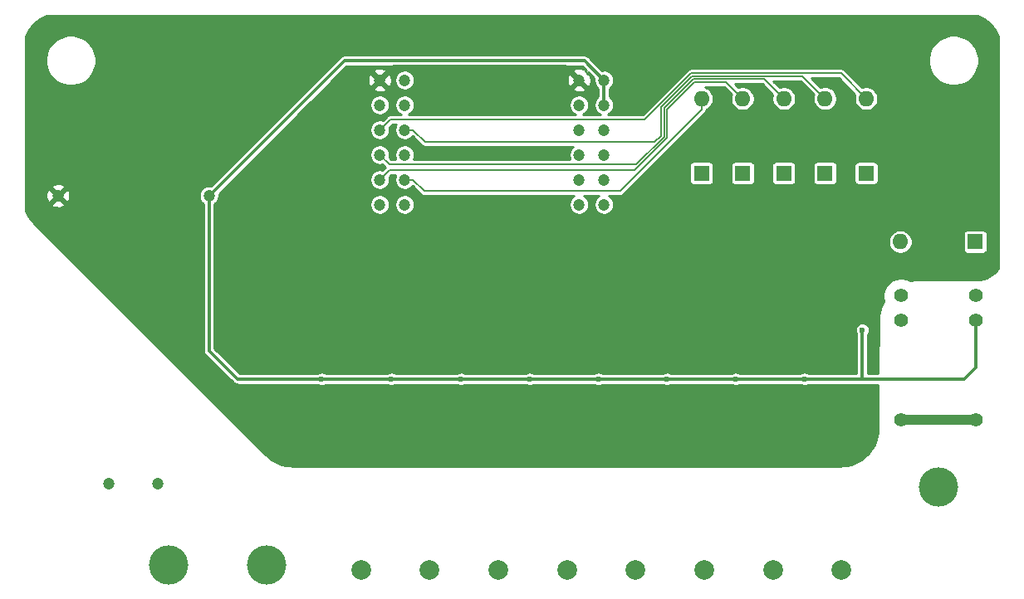
<source format=gbr>
G04 #@! TF.GenerationSoftware,KiCad,Pcbnew,(5.1.5)-3*
G04 #@! TF.CreationDate,2020-04-03T18:33:56+02:00*
G04 #@! TF.ProjectId,Calefacci_n_CC2530,43616c65-6661-4636-9369-f36e5f434332,rev?*
G04 #@! TF.SameCoordinates,Original*
G04 #@! TF.FileFunction,Copper,L2,Bot*
G04 #@! TF.FilePolarity,Positive*
%FSLAX46Y46*%
G04 Gerber Fmt 4.6, Leading zero omitted, Abs format (unit mm)*
G04 Created by KiCad (PCBNEW (5.1.5)-3) date 2020-04-03 18:33:56*
%MOMM*%
%LPD*%
G04 APERTURE LIST*
%ADD10O,1.600000X1.600000*%
%ADD11R,1.600000X1.600000*%
%ADD12C,1.200000*%
%ADD13C,1.400000*%
%ADD14C,2.000000*%
%ADD15C,4.000000*%
%ADD16C,0.600000*%
%ADD17C,0.150000*%
%ADD18C,0.300000*%
%ADD19C,1.000000*%
%ADD20C,0.254000*%
G04 APERTURE END LIST*
D10*
X189580000Y-112000000D03*
D11*
X197200000Y-112000000D03*
D10*
X186100000Y-97380000D03*
D11*
X186100000Y-105000000D03*
D10*
X181900000Y-97380000D03*
D11*
X181900000Y-105000000D03*
D10*
X177700000Y-97380000D03*
D11*
X177700000Y-105000000D03*
D10*
X173500000Y-97380000D03*
D11*
X173500000Y-105000000D03*
D10*
X169300000Y-97380000D03*
D11*
X169300000Y-105000000D03*
D12*
X113900000Y-136700000D03*
X108900000Y-136700000D03*
X103700000Y-107300000D03*
X119100000Y-107300000D03*
D13*
X189640000Y-120040000D03*
X197260000Y-120040000D03*
X189640000Y-117500000D03*
X197260000Y-117500000D03*
X197260000Y-130200000D03*
X189640000Y-130200000D03*
D12*
X136500000Y-95500000D03*
X139040000Y-95500000D03*
X136500000Y-98040000D03*
X139040000Y-98040000D03*
X136500000Y-100580000D03*
X139040000Y-100580000D03*
X136500000Y-103120000D03*
X139040000Y-103120000D03*
X136500000Y-105660000D03*
X139040000Y-105660000D03*
X136500000Y-108200000D03*
X139040000Y-108200000D03*
X156820000Y-95500000D03*
X159360000Y-95500000D03*
X156820000Y-98040000D03*
X159360000Y-98040000D03*
X156820000Y-100580000D03*
X159360000Y-100580000D03*
X156820000Y-103120000D03*
X159360000Y-103120000D03*
X156820000Y-105660000D03*
X159360000Y-105660000D03*
X156820000Y-108200000D03*
X159360000Y-108200000D03*
D14*
X134600000Y-145500000D03*
D15*
X125000000Y-145000000D03*
D14*
X141600000Y-145500000D03*
D15*
X115000000Y-145000000D03*
D14*
X148600000Y-145500000D03*
X155600000Y-145500000D03*
X162600000Y-145500000D03*
X169600000Y-145500000D03*
X176600000Y-145500000D03*
X183600000Y-145500000D03*
D15*
X193500000Y-137000000D03*
D16*
X130600000Y-126000000D03*
X179800000Y-126000000D03*
X172800000Y-126000000D03*
X165800000Y-126000000D03*
X158800000Y-126000000D03*
X151800000Y-126000000D03*
X144800000Y-126000000D03*
X137700000Y-126000000D03*
X185700000Y-121000000D03*
X132500000Y-128200000D03*
X139600000Y-128200000D03*
X146600000Y-128200000D03*
X153600000Y-128200000D03*
X160600000Y-128200000D03*
X167700000Y-128200000D03*
X174600000Y-128200000D03*
X181600000Y-128200000D03*
D17*
X139888528Y-105660000D02*
X141028528Y-106800000D01*
X139040000Y-105660000D02*
X139888528Y-105660000D01*
X161011370Y-106800000D02*
X160500000Y-106800000D01*
X169300000Y-98511370D02*
X161011370Y-106800000D01*
X169300000Y-97380000D02*
X169300000Y-98511370D01*
X141028528Y-106800000D02*
X160500000Y-106800000D01*
D18*
X159360000Y-98040000D02*
X159360000Y-95500000D01*
X159360000Y-95500000D02*
X157360000Y-93500000D01*
X155668532Y-93499990D02*
X132900010Y-93499990D01*
X155668542Y-93500000D02*
X155668532Y-93499990D01*
X119699999Y-106700001D02*
X119100000Y-107300000D01*
X132900010Y-93499990D02*
X119699999Y-106700001D01*
X157360000Y-93500000D02*
X155668542Y-93500000D01*
X119100000Y-107300000D02*
X119100000Y-123100000D01*
X119100000Y-123100000D02*
X122000000Y-126000000D01*
X122000000Y-126000000D02*
X130600000Y-126000000D01*
X172800000Y-126000000D02*
X179800000Y-126000000D01*
X158800000Y-126000000D02*
X165800000Y-126000000D01*
X165800000Y-126000000D02*
X172800000Y-126000000D01*
X144800000Y-126000000D02*
X151800000Y-126000000D01*
X151800000Y-126000000D02*
X158800000Y-126000000D01*
X130600000Y-126000000D02*
X137700000Y-126000000D01*
X137700000Y-126000000D02*
X144800000Y-126000000D01*
X197260000Y-124840000D02*
X197260000Y-120040000D01*
X196100000Y-126000000D02*
X197260000Y-124840000D01*
X179800000Y-126000000D02*
X185700000Y-126000000D01*
X185700000Y-121000000D02*
X185700000Y-126000000D01*
X185700000Y-126000000D02*
X196100000Y-126000000D01*
D17*
X171820000Y-95700000D02*
X173500000Y-97380000D01*
X137460000Y-104700000D02*
X162500000Y-104700000D01*
X136500000Y-105660000D02*
X137460000Y-104700000D01*
X162500000Y-104700000D02*
X165800000Y-101400000D01*
X168600000Y-95700000D02*
X171820000Y-95700000D01*
X165800000Y-101400000D02*
X165800000Y-98500000D01*
X165800000Y-98500000D02*
X168600000Y-95700000D01*
X176900001Y-96580001D02*
X177700000Y-97380000D01*
X175719990Y-95399990D02*
X176900001Y-96580001D01*
X136500000Y-103120000D02*
X137480000Y-104100000D01*
X162675722Y-104100000D02*
X165499990Y-101275732D01*
X168475732Y-95399990D02*
X175719990Y-95399990D01*
X165499990Y-101275732D02*
X165499990Y-98375732D01*
X137480000Y-104100000D02*
X162675722Y-104100000D01*
X165499990Y-98375732D02*
X168475732Y-95399990D01*
X168351464Y-95099980D02*
X179619980Y-95099980D01*
X165175722Y-98275722D02*
X168351464Y-95099980D01*
X139888528Y-100580000D02*
X141108528Y-101800000D01*
X141108528Y-101800000D02*
X164551444Y-101800000D01*
X139040000Y-100580000D02*
X139888528Y-100580000D01*
X179619980Y-95099980D02*
X181900000Y-97380000D01*
X164551444Y-101800000D02*
X165175722Y-101175722D01*
X165175722Y-101175722D02*
X165175722Y-98275722D01*
X183519970Y-94799970D02*
X168227195Y-94799971D01*
X186100000Y-97380000D02*
X183519970Y-94799970D01*
X168227195Y-94799971D02*
X163527166Y-99500000D01*
X136500000Y-100580000D02*
X136520000Y-100580000D01*
X137600000Y-99500000D02*
X139000000Y-99500000D01*
X136520000Y-100580000D02*
X137600000Y-99500000D01*
X163527166Y-99500000D02*
X139000000Y-99500000D01*
X139000000Y-99500000D02*
X138300000Y-99500000D01*
D19*
X189640000Y-130200000D02*
X197260000Y-130200000D01*
D18*
X136500000Y-95500000D02*
X137900000Y-94100000D01*
X155420000Y-94100000D02*
X156820000Y-95500000D01*
X137900000Y-94100000D02*
X155420000Y-94100000D01*
D20*
G36*
X197482069Y-88921954D02*
G01*
X197825657Y-89084459D01*
X198151636Y-89279844D01*
X198456905Y-89506247D01*
X198738516Y-89761484D01*
X198993753Y-90043095D01*
X199220156Y-90348364D01*
X199415541Y-90674343D01*
X199578046Y-91017931D01*
X199594001Y-91062522D01*
X199594001Y-114560149D01*
X199546718Y-114656029D01*
X199369874Y-114920694D01*
X199160005Y-115160005D01*
X198920694Y-115369874D01*
X198656029Y-115546718D01*
X198370558Y-115687496D01*
X198069148Y-115789812D01*
X197756959Y-115851910D01*
X197435184Y-115873000D01*
X191479003Y-115873000D01*
X191472792Y-115873152D01*
X191082033Y-115892284D01*
X191069671Y-115893497D01*
X190682650Y-115950711D01*
X190670466Y-115953127D01*
X190628960Y-115963488D01*
X190505409Y-115880934D01*
X190172916Y-115743211D01*
X189819944Y-115673000D01*
X189460056Y-115673000D01*
X189107084Y-115743211D01*
X188774591Y-115880934D01*
X188475355Y-116080876D01*
X188220876Y-116335355D01*
X188020934Y-116634591D01*
X187883211Y-116967084D01*
X187813000Y-117320056D01*
X187813000Y-117679944D01*
X187875311Y-117993199D01*
X187849459Y-118035994D01*
X187843564Y-118046928D01*
X187674956Y-118399958D01*
X187670157Y-118411415D01*
X187536843Y-118779227D01*
X187533186Y-118791098D01*
X187436441Y-119170175D01*
X187433962Y-119182346D01*
X187374712Y-119569061D01*
X187373433Y-119581417D01*
X187352244Y-119972070D01*
X187352060Y-119978280D01*
X187323404Y-125423000D01*
X186277000Y-125423000D01*
X186277000Y-121445025D01*
X186344259Y-121344364D01*
X186399062Y-121212058D01*
X186427000Y-121071603D01*
X186427000Y-120928397D01*
X186399062Y-120787942D01*
X186344259Y-120655636D01*
X186264698Y-120536564D01*
X186163436Y-120435302D01*
X186044364Y-120355741D01*
X185912058Y-120300938D01*
X185771603Y-120273000D01*
X185628397Y-120273000D01*
X185487942Y-120300938D01*
X185355636Y-120355741D01*
X185236564Y-120435302D01*
X185135302Y-120536564D01*
X185055741Y-120655636D01*
X185000938Y-120787942D01*
X184973000Y-120928397D01*
X184973000Y-121071603D01*
X185000938Y-121212058D01*
X185055741Y-121344364D01*
X185123000Y-121445025D01*
X185123001Y-125423000D01*
X180245025Y-125423000D01*
X180144364Y-125355741D01*
X180012058Y-125300938D01*
X179871603Y-125273000D01*
X179728397Y-125273000D01*
X179587942Y-125300938D01*
X179455636Y-125355741D01*
X179354975Y-125423000D01*
X173245025Y-125423000D01*
X173144364Y-125355741D01*
X173012058Y-125300938D01*
X172871603Y-125273000D01*
X172728397Y-125273000D01*
X172587942Y-125300938D01*
X172455636Y-125355741D01*
X172354975Y-125423000D01*
X166245025Y-125423000D01*
X166144364Y-125355741D01*
X166012058Y-125300938D01*
X165871603Y-125273000D01*
X165728397Y-125273000D01*
X165587942Y-125300938D01*
X165455636Y-125355741D01*
X165354975Y-125423000D01*
X159245025Y-125423000D01*
X159144364Y-125355741D01*
X159012058Y-125300938D01*
X158871603Y-125273000D01*
X158728397Y-125273000D01*
X158587942Y-125300938D01*
X158455636Y-125355741D01*
X158354975Y-125423000D01*
X152245025Y-125423000D01*
X152144364Y-125355741D01*
X152012058Y-125300938D01*
X151871603Y-125273000D01*
X151728397Y-125273000D01*
X151587942Y-125300938D01*
X151455636Y-125355741D01*
X151354975Y-125423000D01*
X145245025Y-125423000D01*
X145144364Y-125355741D01*
X145012058Y-125300938D01*
X144871603Y-125273000D01*
X144728397Y-125273000D01*
X144587942Y-125300938D01*
X144455636Y-125355741D01*
X144354975Y-125423000D01*
X138145025Y-125423000D01*
X138044364Y-125355741D01*
X137912058Y-125300938D01*
X137771603Y-125273000D01*
X137628397Y-125273000D01*
X137487942Y-125300938D01*
X137355636Y-125355741D01*
X137254975Y-125423000D01*
X131045025Y-125423000D01*
X130944364Y-125355741D01*
X130812058Y-125300938D01*
X130671603Y-125273000D01*
X130528397Y-125273000D01*
X130387942Y-125300938D01*
X130255636Y-125355741D01*
X130154975Y-125423000D01*
X122239001Y-125423000D01*
X119677000Y-122860999D01*
X119677000Y-111879151D01*
X188353000Y-111879151D01*
X188353000Y-112120849D01*
X188400153Y-112357903D01*
X188492647Y-112581202D01*
X188626927Y-112782167D01*
X188797833Y-112953073D01*
X188998798Y-113087353D01*
X189222097Y-113179847D01*
X189459151Y-113227000D01*
X189700849Y-113227000D01*
X189937903Y-113179847D01*
X190161202Y-113087353D01*
X190362167Y-112953073D01*
X190533073Y-112782167D01*
X190667353Y-112581202D01*
X190759847Y-112357903D01*
X190807000Y-112120849D01*
X190807000Y-111879151D01*
X190759847Y-111642097D01*
X190667353Y-111418798D01*
X190533073Y-111217833D01*
X190515240Y-111200000D01*
X195970934Y-111200000D01*
X195970934Y-112800000D01*
X195979178Y-112883707D01*
X196003595Y-112964196D01*
X196043245Y-113038376D01*
X196096605Y-113103395D01*
X196161624Y-113156755D01*
X196235804Y-113196405D01*
X196316293Y-113220822D01*
X196400000Y-113229066D01*
X198000000Y-113229066D01*
X198083707Y-113220822D01*
X198164196Y-113196405D01*
X198238376Y-113156755D01*
X198303395Y-113103395D01*
X198356755Y-113038376D01*
X198396405Y-112964196D01*
X198420822Y-112883707D01*
X198429066Y-112800000D01*
X198429066Y-111200000D01*
X198420822Y-111116293D01*
X198396405Y-111035804D01*
X198356755Y-110961624D01*
X198303395Y-110896605D01*
X198238376Y-110843245D01*
X198164196Y-110803595D01*
X198083707Y-110779178D01*
X198000000Y-110770934D01*
X196400000Y-110770934D01*
X196316293Y-110779178D01*
X196235804Y-110803595D01*
X196161624Y-110843245D01*
X196096605Y-110896605D01*
X196043245Y-110961624D01*
X196003595Y-111035804D01*
X195979178Y-111116293D01*
X195970934Y-111200000D01*
X190515240Y-111200000D01*
X190362167Y-111046927D01*
X190161202Y-110912647D01*
X189937903Y-110820153D01*
X189700849Y-110773000D01*
X189459151Y-110773000D01*
X189222097Y-110820153D01*
X188998798Y-110912647D01*
X188797833Y-111046927D01*
X188626927Y-111217833D01*
X188492647Y-111418798D01*
X188400153Y-111642097D01*
X188353000Y-111879151D01*
X119677000Y-111879151D01*
X119677000Y-108149623D01*
X119752988Y-108098849D01*
X135473000Y-108098849D01*
X135473000Y-108301151D01*
X135512467Y-108499565D01*
X135589885Y-108686467D01*
X135702277Y-108854674D01*
X135845326Y-108997723D01*
X136013533Y-109110115D01*
X136200435Y-109187533D01*
X136398849Y-109227000D01*
X136601151Y-109227000D01*
X136799565Y-109187533D01*
X136986467Y-109110115D01*
X137154674Y-108997723D01*
X137297723Y-108854674D01*
X137410115Y-108686467D01*
X137487533Y-108499565D01*
X137527000Y-108301151D01*
X137527000Y-108098849D01*
X138013000Y-108098849D01*
X138013000Y-108301151D01*
X138052467Y-108499565D01*
X138129885Y-108686467D01*
X138242277Y-108854674D01*
X138385326Y-108997723D01*
X138553533Y-109110115D01*
X138740435Y-109187533D01*
X138938849Y-109227000D01*
X139141151Y-109227000D01*
X139339565Y-109187533D01*
X139526467Y-109110115D01*
X139694674Y-108997723D01*
X139837723Y-108854674D01*
X139950115Y-108686467D01*
X140027533Y-108499565D01*
X140067000Y-108301151D01*
X140067000Y-108098849D01*
X140027533Y-107900435D01*
X139950115Y-107713533D01*
X139837723Y-107545326D01*
X139694674Y-107402277D01*
X139526467Y-107289885D01*
X139339565Y-107212467D01*
X139141151Y-107173000D01*
X138938849Y-107173000D01*
X138740435Y-107212467D01*
X138553533Y-107289885D01*
X138385326Y-107402277D01*
X138242277Y-107545326D01*
X138129885Y-107713533D01*
X138052467Y-107900435D01*
X138013000Y-108098849D01*
X137527000Y-108098849D01*
X137487533Y-107900435D01*
X137410115Y-107713533D01*
X137297723Y-107545326D01*
X137154674Y-107402277D01*
X136986467Y-107289885D01*
X136799565Y-107212467D01*
X136601151Y-107173000D01*
X136398849Y-107173000D01*
X136200435Y-107212467D01*
X136013533Y-107289885D01*
X135845326Y-107402277D01*
X135702277Y-107545326D01*
X135589885Y-107713533D01*
X135512467Y-107900435D01*
X135473000Y-108098849D01*
X119752988Y-108098849D01*
X119754674Y-108097723D01*
X119897723Y-107954674D01*
X120010115Y-107786467D01*
X120087533Y-107599565D01*
X120127000Y-107401151D01*
X120127000Y-107198849D01*
X120108775Y-107107226D01*
X129277152Y-97938849D01*
X135473000Y-97938849D01*
X135473000Y-98141151D01*
X135512467Y-98339565D01*
X135589885Y-98526467D01*
X135702277Y-98694674D01*
X135845326Y-98837723D01*
X136013533Y-98950115D01*
X136200435Y-99027533D01*
X136398849Y-99067000D01*
X136601151Y-99067000D01*
X136799565Y-99027533D01*
X136986467Y-98950115D01*
X137154674Y-98837723D01*
X137297723Y-98694674D01*
X137410115Y-98526467D01*
X137487533Y-98339565D01*
X137527000Y-98141151D01*
X137527000Y-97938849D01*
X137487533Y-97740435D01*
X137410115Y-97553533D01*
X137297723Y-97385326D01*
X137154674Y-97242277D01*
X136986467Y-97129885D01*
X136799565Y-97052467D01*
X136601151Y-97013000D01*
X136398849Y-97013000D01*
X136200435Y-97052467D01*
X136013533Y-97129885D01*
X135845326Y-97242277D01*
X135702277Y-97385326D01*
X135589885Y-97553533D01*
X135512467Y-97740435D01*
X135473000Y-97938849D01*
X129277152Y-97938849D01*
X130866237Y-96349764D01*
X135829841Y-96349764D01*
X135877148Y-96573348D01*
X136098516Y-96674237D01*
X136335313Y-96730000D01*
X136578438Y-96738495D01*
X136818549Y-96699395D01*
X137046418Y-96614202D01*
X137122852Y-96573348D01*
X137170159Y-96349764D01*
X136500000Y-95679605D01*
X135829841Y-96349764D01*
X130866237Y-96349764D01*
X131637563Y-95578438D01*
X135261505Y-95578438D01*
X135300605Y-95818549D01*
X135385798Y-96046418D01*
X135426652Y-96122852D01*
X135650236Y-96170159D01*
X136320395Y-95500000D01*
X136679605Y-95500000D01*
X137349764Y-96170159D01*
X137573348Y-96122852D01*
X137674237Y-95901484D01*
X137730000Y-95664687D01*
X137738495Y-95421562D01*
X137734797Y-95398849D01*
X138013000Y-95398849D01*
X138013000Y-95601151D01*
X138052467Y-95799565D01*
X138129885Y-95986467D01*
X138242277Y-96154674D01*
X138385326Y-96297723D01*
X138553533Y-96410115D01*
X138740435Y-96487533D01*
X138938849Y-96527000D01*
X139141151Y-96527000D01*
X139339565Y-96487533D01*
X139526467Y-96410115D01*
X139616788Y-96349764D01*
X156149841Y-96349764D01*
X156197148Y-96573348D01*
X156418516Y-96674237D01*
X156655313Y-96730000D01*
X156898438Y-96738495D01*
X157138549Y-96699395D01*
X157366418Y-96614202D01*
X157442852Y-96573348D01*
X157490159Y-96349764D01*
X156820000Y-95679605D01*
X156149841Y-96349764D01*
X139616788Y-96349764D01*
X139694674Y-96297723D01*
X139837723Y-96154674D01*
X139950115Y-95986467D01*
X140027533Y-95799565D01*
X140067000Y-95601151D01*
X140067000Y-95578438D01*
X155581505Y-95578438D01*
X155620605Y-95818549D01*
X155705798Y-96046418D01*
X155746652Y-96122852D01*
X155970236Y-96170159D01*
X156640395Y-95500000D01*
X155970236Y-94829841D01*
X155746652Y-94877148D01*
X155645763Y-95098516D01*
X155590000Y-95335313D01*
X155581505Y-95578438D01*
X140067000Y-95578438D01*
X140067000Y-95398849D01*
X140027533Y-95200435D01*
X139950115Y-95013533D01*
X139837723Y-94845326D01*
X139694674Y-94702277D01*
X139526467Y-94589885D01*
X139339565Y-94512467D01*
X139141151Y-94473000D01*
X138938849Y-94473000D01*
X138740435Y-94512467D01*
X138553533Y-94589885D01*
X138385326Y-94702277D01*
X138242277Y-94845326D01*
X138129885Y-95013533D01*
X138052467Y-95200435D01*
X138013000Y-95398849D01*
X137734797Y-95398849D01*
X137699395Y-95181451D01*
X137614202Y-94953582D01*
X137573348Y-94877148D01*
X137349764Y-94829841D01*
X136679605Y-95500000D01*
X136320395Y-95500000D01*
X135650236Y-94829841D01*
X135426652Y-94877148D01*
X135325763Y-95098516D01*
X135270000Y-95335313D01*
X135261505Y-95578438D01*
X131637563Y-95578438D01*
X132565765Y-94650236D01*
X135829841Y-94650236D01*
X136500000Y-95320395D01*
X137170159Y-94650236D01*
X137122852Y-94426652D01*
X136901484Y-94325763D01*
X136664687Y-94270000D01*
X136421562Y-94261505D01*
X136181451Y-94300605D01*
X135953582Y-94385798D01*
X135877148Y-94426652D01*
X135829841Y-94650236D01*
X132565765Y-94650236D01*
X133139011Y-94076990D01*
X155640104Y-94076990D01*
X155640206Y-94077000D01*
X155640213Y-94077000D01*
X155668541Y-94079790D01*
X155696870Y-94077000D01*
X157120999Y-94077000D01*
X157592195Y-94548197D01*
X157490158Y-94650234D01*
X157442852Y-94426652D01*
X157221484Y-94325763D01*
X156984687Y-94270000D01*
X156741562Y-94261505D01*
X156501451Y-94300605D01*
X156273582Y-94385798D01*
X156197148Y-94426652D01*
X156149841Y-94650236D01*
X156820000Y-95320395D01*
X156834143Y-95306253D01*
X157013748Y-95485858D01*
X156999605Y-95500000D01*
X157669764Y-96170159D01*
X157893348Y-96122852D01*
X157994237Y-95901484D01*
X158050000Y-95664687D01*
X158058495Y-95421562D01*
X158019395Y-95181451D01*
X157934202Y-94953582D01*
X157893348Y-94877148D01*
X157669766Y-94829842D01*
X157771803Y-94727805D01*
X158351225Y-95307227D01*
X158333000Y-95398849D01*
X158333000Y-95601151D01*
X158372467Y-95799565D01*
X158449885Y-95986467D01*
X158562277Y-96154674D01*
X158705326Y-96297723D01*
X158783001Y-96349623D01*
X158783000Y-97190377D01*
X158705326Y-97242277D01*
X158562277Y-97385326D01*
X158449885Y-97553533D01*
X158372467Y-97740435D01*
X158333000Y-97938849D01*
X158333000Y-98141151D01*
X158372467Y-98339565D01*
X158449885Y-98526467D01*
X158562277Y-98694674D01*
X158705326Y-98837723D01*
X158873533Y-98950115D01*
X158989137Y-98998000D01*
X157190863Y-98998000D01*
X157306467Y-98950115D01*
X157474674Y-98837723D01*
X157617723Y-98694674D01*
X157730115Y-98526467D01*
X157807533Y-98339565D01*
X157847000Y-98141151D01*
X157847000Y-97938849D01*
X157807533Y-97740435D01*
X157730115Y-97553533D01*
X157617723Y-97385326D01*
X157474674Y-97242277D01*
X157306467Y-97129885D01*
X157119565Y-97052467D01*
X156921151Y-97013000D01*
X156718849Y-97013000D01*
X156520435Y-97052467D01*
X156333533Y-97129885D01*
X156165326Y-97242277D01*
X156022277Y-97385326D01*
X155909885Y-97553533D01*
X155832467Y-97740435D01*
X155793000Y-97938849D01*
X155793000Y-98141151D01*
X155832467Y-98339565D01*
X155909885Y-98526467D01*
X156022277Y-98694674D01*
X156165326Y-98837723D01*
X156333533Y-98950115D01*
X156449137Y-98998000D01*
X139410863Y-98998000D01*
X139526467Y-98950115D01*
X139694674Y-98837723D01*
X139837723Y-98694674D01*
X139950115Y-98526467D01*
X140027533Y-98339565D01*
X140067000Y-98141151D01*
X140067000Y-97938849D01*
X140027533Y-97740435D01*
X139950115Y-97553533D01*
X139837723Y-97385326D01*
X139694674Y-97242277D01*
X139526467Y-97129885D01*
X139339565Y-97052467D01*
X139141151Y-97013000D01*
X138938849Y-97013000D01*
X138740435Y-97052467D01*
X138553533Y-97129885D01*
X138385326Y-97242277D01*
X138242277Y-97385326D01*
X138129885Y-97553533D01*
X138052467Y-97740435D01*
X138013000Y-97938849D01*
X138013000Y-98141151D01*
X138052467Y-98339565D01*
X138129885Y-98526467D01*
X138242277Y-98694674D01*
X138385326Y-98837723D01*
X138553533Y-98950115D01*
X138669137Y-98998000D01*
X137624643Y-98998000D01*
X137600000Y-98995573D01*
X137575357Y-98998000D01*
X137575347Y-98998000D01*
X137501591Y-99005264D01*
X137406964Y-99033969D01*
X137366368Y-99055668D01*
X137319754Y-99080583D01*
X137262464Y-99127600D01*
X137262456Y-99127608D01*
X137243316Y-99143316D01*
X137227607Y-99162457D01*
X136797924Y-99592141D01*
X136601151Y-99553000D01*
X136398849Y-99553000D01*
X136200435Y-99592467D01*
X136013533Y-99669885D01*
X135845326Y-99782277D01*
X135702277Y-99925326D01*
X135589885Y-100093533D01*
X135512467Y-100280435D01*
X135473000Y-100478849D01*
X135473000Y-100681151D01*
X135512467Y-100879565D01*
X135589885Y-101066467D01*
X135702277Y-101234674D01*
X135845326Y-101377723D01*
X136013533Y-101490115D01*
X136200435Y-101567533D01*
X136398849Y-101607000D01*
X136601151Y-101607000D01*
X136799565Y-101567533D01*
X136986467Y-101490115D01*
X137154674Y-101377723D01*
X137297723Y-101234674D01*
X137410115Y-101066467D01*
X137487533Y-100879565D01*
X137527000Y-100681151D01*
X137527000Y-100478849D01*
X137494496Y-100315439D01*
X137807936Y-100002000D01*
X138191045Y-100002000D01*
X138129885Y-100093533D01*
X138052467Y-100280435D01*
X138013000Y-100478849D01*
X138013000Y-100681151D01*
X138052467Y-100879565D01*
X138129885Y-101066467D01*
X138242277Y-101234674D01*
X138385326Y-101377723D01*
X138553533Y-101490115D01*
X138740435Y-101567533D01*
X138938849Y-101607000D01*
X139141151Y-101607000D01*
X139339565Y-101567533D01*
X139526467Y-101490115D01*
X139694674Y-101377723D01*
X139835495Y-101236902D01*
X140736131Y-102137538D01*
X140751844Y-102156684D01*
X140770990Y-102172397D01*
X140770993Y-102172400D01*
X140828282Y-102219417D01*
X140915491Y-102266031D01*
X141010118Y-102294736D01*
X141018960Y-102295607D01*
X141083875Y-102302000D01*
X141083882Y-102302000D01*
X141108528Y-102304427D01*
X141133173Y-102302000D01*
X156195673Y-102302000D01*
X156165326Y-102322277D01*
X156022277Y-102465326D01*
X155909885Y-102633533D01*
X155832467Y-102820435D01*
X155793000Y-103018849D01*
X155793000Y-103221151D01*
X155832467Y-103419565D01*
X155906378Y-103598000D01*
X139953622Y-103598000D01*
X140027533Y-103419565D01*
X140067000Y-103221151D01*
X140067000Y-103018849D01*
X140027533Y-102820435D01*
X139950115Y-102633533D01*
X139837723Y-102465326D01*
X139694674Y-102322277D01*
X139526467Y-102209885D01*
X139339565Y-102132467D01*
X139141151Y-102093000D01*
X138938849Y-102093000D01*
X138740435Y-102132467D01*
X138553533Y-102209885D01*
X138385326Y-102322277D01*
X138242277Y-102465326D01*
X138129885Y-102633533D01*
X138052467Y-102820435D01*
X138013000Y-103018849D01*
X138013000Y-103221151D01*
X138052467Y-103419565D01*
X138126378Y-103598000D01*
X137687935Y-103598000D01*
X137491178Y-103401243D01*
X137527000Y-103221151D01*
X137527000Y-103018849D01*
X137487533Y-102820435D01*
X137410115Y-102633533D01*
X137297723Y-102465326D01*
X137154674Y-102322277D01*
X136986467Y-102209885D01*
X136799565Y-102132467D01*
X136601151Y-102093000D01*
X136398849Y-102093000D01*
X136200435Y-102132467D01*
X136013533Y-102209885D01*
X135845326Y-102322277D01*
X135702277Y-102465326D01*
X135589885Y-102633533D01*
X135512467Y-102820435D01*
X135473000Y-103018849D01*
X135473000Y-103221151D01*
X135512467Y-103419565D01*
X135589885Y-103606467D01*
X135702277Y-103774674D01*
X135845326Y-103917723D01*
X136013533Y-104030115D01*
X136200435Y-104107533D01*
X136398849Y-104147000D01*
X136601151Y-104147000D01*
X136781243Y-104111178D01*
X137060065Y-104390000D01*
X136781243Y-104668822D01*
X136601151Y-104633000D01*
X136398849Y-104633000D01*
X136200435Y-104672467D01*
X136013533Y-104749885D01*
X135845326Y-104862277D01*
X135702277Y-105005326D01*
X135589885Y-105173533D01*
X135512467Y-105360435D01*
X135473000Y-105558849D01*
X135473000Y-105761151D01*
X135512467Y-105959565D01*
X135589885Y-106146467D01*
X135702277Y-106314674D01*
X135845326Y-106457723D01*
X136013533Y-106570115D01*
X136200435Y-106647533D01*
X136398849Y-106687000D01*
X136601151Y-106687000D01*
X136799565Y-106647533D01*
X136986467Y-106570115D01*
X137154674Y-106457723D01*
X137297723Y-106314674D01*
X137410115Y-106146467D01*
X137487533Y-105959565D01*
X137527000Y-105761151D01*
X137527000Y-105558849D01*
X137491178Y-105378757D01*
X137667935Y-105202000D01*
X138118093Y-105202000D01*
X138052467Y-105360435D01*
X138013000Y-105558849D01*
X138013000Y-105761151D01*
X138052467Y-105959565D01*
X138129885Y-106146467D01*
X138242277Y-106314674D01*
X138385326Y-106457723D01*
X138553533Y-106570115D01*
X138740435Y-106647533D01*
X138938849Y-106687000D01*
X139141151Y-106687000D01*
X139339565Y-106647533D01*
X139526467Y-106570115D01*
X139694674Y-106457723D01*
X139835495Y-106316902D01*
X140656131Y-107137538D01*
X140671844Y-107156684D01*
X140690990Y-107172397D01*
X140690992Y-107172399D01*
X140702787Y-107182079D01*
X140748283Y-107219417D01*
X140835492Y-107266031D01*
X140930119Y-107294736D01*
X141003875Y-107302000D01*
X141003884Y-107302000D01*
X141028527Y-107304427D01*
X141053170Y-107302000D01*
X156315402Y-107302000D01*
X156165326Y-107402277D01*
X156022277Y-107545326D01*
X155909885Y-107713533D01*
X155832467Y-107900435D01*
X155793000Y-108098849D01*
X155793000Y-108301151D01*
X155832467Y-108499565D01*
X155909885Y-108686467D01*
X156022277Y-108854674D01*
X156165326Y-108997723D01*
X156333533Y-109110115D01*
X156520435Y-109187533D01*
X156718849Y-109227000D01*
X156921151Y-109227000D01*
X157119565Y-109187533D01*
X157306467Y-109110115D01*
X157474674Y-108997723D01*
X157617723Y-108854674D01*
X157730115Y-108686467D01*
X157807533Y-108499565D01*
X157847000Y-108301151D01*
X157847000Y-108098849D01*
X157807533Y-107900435D01*
X157730115Y-107713533D01*
X157617723Y-107545326D01*
X157474674Y-107402277D01*
X157324598Y-107302000D01*
X158855402Y-107302000D01*
X158705326Y-107402277D01*
X158562277Y-107545326D01*
X158449885Y-107713533D01*
X158372467Y-107900435D01*
X158333000Y-108098849D01*
X158333000Y-108301151D01*
X158372467Y-108499565D01*
X158449885Y-108686467D01*
X158562277Y-108854674D01*
X158705326Y-108997723D01*
X158873533Y-109110115D01*
X159060435Y-109187533D01*
X159258849Y-109227000D01*
X159461151Y-109227000D01*
X159659565Y-109187533D01*
X159846467Y-109110115D01*
X160014674Y-108997723D01*
X160157723Y-108854674D01*
X160270115Y-108686467D01*
X160347533Y-108499565D01*
X160387000Y-108301151D01*
X160387000Y-108098849D01*
X160347533Y-107900435D01*
X160270115Y-107713533D01*
X160157723Y-107545326D01*
X160014674Y-107402277D01*
X159864598Y-107302000D01*
X160986727Y-107302000D01*
X161011370Y-107304427D01*
X161036013Y-107302000D01*
X161036023Y-107302000D01*
X161109779Y-107294736D01*
X161204406Y-107266031D01*
X161291615Y-107219417D01*
X161368054Y-107156684D01*
X161383772Y-107137532D01*
X164321304Y-104200000D01*
X168070934Y-104200000D01*
X168070934Y-105800000D01*
X168079178Y-105883707D01*
X168103595Y-105964196D01*
X168143245Y-106038376D01*
X168196605Y-106103395D01*
X168261624Y-106156755D01*
X168335804Y-106196405D01*
X168416293Y-106220822D01*
X168500000Y-106229066D01*
X170100000Y-106229066D01*
X170183707Y-106220822D01*
X170264196Y-106196405D01*
X170338376Y-106156755D01*
X170403395Y-106103395D01*
X170456755Y-106038376D01*
X170496405Y-105964196D01*
X170520822Y-105883707D01*
X170529066Y-105800000D01*
X170529066Y-104200000D01*
X172270934Y-104200000D01*
X172270934Y-105800000D01*
X172279178Y-105883707D01*
X172303595Y-105964196D01*
X172343245Y-106038376D01*
X172396605Y-106103395D01*
X172461624Y-106156755D01*
X172535804Y-106196405D01*
X172616293Y-106220822D01*
X172700000Y-106229066D01*
X174300000Y-106229066D01*
X174383707Y-106220822D01*
X174464196Y-106196405D01*
X174538376Y-106156755D01*
X174603395Y-106103395D01*
X174656755Y-106038376D01*
X174696405Y-105964196D01*
X174720822Y-105883707D01*
X174729066Y-105800000D01*
X174729066Y-104200000D01*
X176470934Y-104200000D01*
X176470934Y-105800000D01*
X176479178Y-105883707D01*
X176503595Y-105964196D01*
X176543245Y-106038376D01*
X176596605Y-106103395D01*
X176661624Y-106156755D01*
X176735804Y-106196405D01*
X176816293Y-106220822D01*
X176900000Y-106229066D01*
X178500000Y-106229066D01*
X178583707Y-106220822D01*
X178664196Y-106196405D01*
X178738376Y-106156755D01*
X178803395Y-106103395D01*
X178856755Y-106038376D01*
X178896405Y-105964196D01*
X178920822Y-105883707D01*
X178929066Y-105800000D01*
X178929066Y-104200000D01*
X180670934Y-104200000D01*
X180670934Y-105800000D01*
X180679178Y-105883707D01*
X180703595Y-105964196D01*
X180743245Y-106038376D01*
X180796605Y-106103395D01*
X180861624Y-106156755D01*
X180935804Y-106196405D01*
X181016293Y-106220822D01*
X181100000Y-106229066D01*
X182700000Y-106229066D01*
X182783707Y-106220822D01*
X182864196Y-106196405D01*
X182938376Y-106156755D01*
X183003395Y-106103395D01*
X183056755Y-106038376D01*
X183096405Y-105964196D01*
X183120822Y-105883707D01*
X183129066Y-105800000D01*
X183129066Y-104200000D01*
X184870934Y-104200000D01*
X184870934Y-105800000D01*
X184879178Y-105883707D01*
X184903595Y-105964196D01*
X184943245Y-106038376D01*
X184996605Y-106103395D01*
X185061624Y-106156755D01*
X185135804Y-106196405D01*
X185216293Y-106220822D01*
X185300000Y-106229066D01*
X186900000Y-106229066D01*
X186983707Y-106220822D01*
X187064196Y-106196405D01*
X187138376Y-106156755D01*
X187203395Y-106103395D01*
X187256755Y-106038376D01*
X187296405Y-105964196D01*
X187320822Y-105883707D01*
X187329066Y-105800000D01*
X187329066Y-104200000D01*
X187320822Y-104116293D01*
X187296405Y-104035804D01*
X187256755Y-103961624D01*
X187203395Y-103896605D01*
X187138376Y-103843245D01*
X187064196Y-103803595D01*
X186983707Y-103779178D01*
X186900000Y-103770934D01*
X185300000Y-103770934D01*
X185216293Y-103779178D01*
X185135804Y-103803595D01*
X185061624Y-103843245D01*
X184996605Y-103896605D01*
X184943245Y-103961624D01*
X184903595Y-104035804D01*
X184879178Y-104116293D01*
X184870934Y-104200000D01*
X183129066Y-104200000D01*
X183120822Y-104116293D01*
X183096405Y-104035804D01*
X183056755Y-103961624D01*
X183003395Y-103896605D01*
X182938376Y-103843245D01*
X182864196Y-103803595D01*
X182783707Y-103779178D01*
X182700000Y-103770934D01*
X181100000Y-103770934D01*
X181016293Y-103779178D01*
X180935804Y-103803595D01*
X180861624Y-103843245D01*
X180796605Y-103896605D01*
X180743245Y-103961624D01*
X180703595Y-104035804D01*
X180679178Y-104116293D01*
X180670934Y-104200000D01*
X178929066Y-104200000D01*
X178920822Y-104116293D01*
X178896405Y-104035804D01*
X178856755Y-103961624D01*
X178803395Y-103896605D01*
X178738376Y-103843245D01*
X178664196Y-103803595D01*
X178583707Y-103779178D01*
X178500000Y-103770934D01*
X176900000Y-103770934D01*
X176816293Y-103779178D01*
X176735804Y-103803595D01*
X176661624Y-103843245D01*
X176596605Y-103896605D01*
X176543245Y-103961624D01*
X176503595Y-104035804D01*
X176479178Y-104116293D01*
X176470934Y-104200000D01*
X174729066Y-104200000D01*
X174720822Y-104116293D01*
X174696405Y-104035804D01*
X174656755Y-103961624D01*
X174603395Y-103896605D01*
X174538376Y-103843245D01*
X174464196Y-103803595D01*
X174383707Y-103779178D01*
X174300000Y-103770934D01*
X172700000Y-103770934D01*
X172616293Y-103779178D01*
X172535804Y-103803595D01*
X172461624Y-103843245D01*
X172396605Y-103896605D01*
X172343245Y-103961624D01*
X172303595Y-104035804D01*
X172279178Y-104116293D01*
X172270934Y-104200000D01*
X170529066Y-104200000D01*
X170520822Y-104116293D01*
X170496405Y-104035804D01*
X170456755Y-103961624D01*
X170403395Y-103896605D01*
X170338376Y-103843245D01*
X170264196Y-103803595D01*
X170183707Y-103779178D01*
X170100000Y-103770934D01*
X168500000Y-103770934D01*
X168416293Y-103779178D01*
X168335804Y-103803595D01*
X168261624Y-103843245D01*
X168196605Y-103896605D01*
X168143245Y-103961624D01*
X168103595Y-104035804D01*
X168079178Y-104116293D01*
X168070934Y-104200000D01*
X164321304Y-104200000D01*
X169637538Y-98883767D01*
X169656684Y-98868054D01*
X169681577Y-98837723D01*
X169719416Y-98791616D01*
X169725494Y-98780245D01*
X169766031Y-98704406D01*
X169794736Y-98609779D01*
X169802000Y-98536023D01*
X169802000Y-98536013D01*
X169804427Y-98511370D01*
X169803271Y-98499633D01*
X169881202Y-98467353D01*
X170082167Y-98333073D01*
X170253073Y-98162167D01*
X170387353Y-97961202D01*
X170479847Y-97737903D01*
X170527000Y-97500849D01*
X170527000Y-97259151D01*
X170479847Y-97022097D01*
X170387353Y-96798798D01*
X170253073Y-96597833D01*
X170082167Y-96426927D01*
X169881202Y-96292647D01*
X169662362Y-96202000D01*
X171612066Y-96202000D01*
X172352960Y-96942895D01*
X172320153Y-97022097D01*
X172273000Y-97259151D01*
X172273000Y-97500849D01*
X172320153Y-97737903D01*
X172412647Y-97961202D01*
X172546927Y-98162167D01*
X172717833Y-98333073D01*
X172918798Y-98467353D01*
X173142097Y-98559847D01*
X173379151Y-98607000D01*
X173620849Y-98607000D01*
X173857903Y-98559847D01*
X174081202Y-98467353D01*
X174282167Y-98333073D01*
X174453073Y-98162167D01*
X174587353Y-97961202D01*
X174679847Y-97737903D01*
X174727000Y-97500849D01*
X174727000Y-97259151D01*
X174679847Y-97022097D01*
X174587353Y-96798798D01*
X174453073Y-96597833D01*
X174282167Y-96426927D01*
X174081202Y-96292647D01*
X173857903Y-96200153D01*
X173620849Y-96153000D01*
X173379151Y-96153000D01*
X173142097Y-96200153D01*
X173062895Y-96232960D01*
X172731925Y-95901990D01*
X175512056Y-95901990D01*
X176552960Y-96942895D01*
X176520153Y-97022097D01*
X176473000Y-97259151D01*
X176473000Y-97500849D01*
X176520153Y-97737903D01*
X176612647Y-97961202D01*
X176746927Y-98162167D01*
X176917833Y-98333073D01*
X177118798Y-98467353D01*
X177342097Y-98559847D01*
X177579151Y-98607000D01*
X177820849Y-98607000D01*
X178057903Y-98559847D01*
X178281202Y-98467353D01*
X178482167Y-98333073D01*
X178653073Y-98162167D01*
X178787353Y-97961202D01*
X178879847Y-97737903D01*
X178927000Y-97500849D01*
X178927000Y-97259151D01*
X178879847Y-97022097D01*
X178787353Y-96798798D01*
X178653073Y-96597833D01*
X178482167Y-96426927D01*
X178281202Y-96292647D01*
X178057903Y-96200153D01*
X177820849Y-96153000D01*
X177579151Y-96153000D01*
X177342097Y-96200153D01*
X177262895Y-96232960D01*
X176631914Y-95601980D01*
X179412046Y-95601980D01*
X180752960Y-96942895D01*
X180720153Y-97022097D01*
X180673000Y-97259151D01*
X180673000Y-97500849D01*
X180720153Y-97737903D01*
X180812647Y-97961202D01*
X180946927Y-98162167D01*
X181117833Y-98333073D01*
X181318798Y-98467353D01*
X181542097Y-98559847D01*
X181779151Y-98607000D01*
X182020849Y-98607000D01*
X182257903Y-98559847D01*
X182481202Y-98467353D01*
X182682167Y-98333073D01*
X182853073Y-98162167D01*
X182987353Y-97961202D01*
X183079847Y-97737903D01*
X183127000Y-97500849D01*
X183127000Y-97259151D01*
X183079847Y-97022097D01*
X182987353Y-96798798D01*
X182853073Y-96597833D01*
X182682167Y-96426927D01*
X182481202Y-96292647D01*
X182257903Y-96200153D01*
X182020849Y-96153000D01*
X181779151Y-96153000D01*
X181542097Y-96200153D01*
X181462895Y-96232960D01*
X180531904Y-95301969D01*
X183312035Y-95301969D01*
X184952960Y-96942895D01*
X184920153Y-97022097D01*
X184873000Y-97259151D01*
X184873000Y-97500849D01*
X184920153Y-97737903D01*
X185012647Y-97961202D01*
X185146927Y-98162167D01*
X185317833Y-98333073D01*
X185518798Y-98467353D01*
X185742097Y-98559847D01*
X185979151Y-98607000D01*
X186220849Y-98607000D01*
X186457903Y-98559847D01*
X186681202Y-98467353D01*
X186882167Y-98333073D01*
X187053073Y-98162167D01*
X187187353Y-97961202D01*
X187279847Y-97737903D01*
X187327000Y-97500849D01*
X187327000Y-97259151D01*
X187279847Y-97022097D01*
X187187353Y-96798798D01*
X187053073Y-96597833D01*
X186882167Y-96426927D01*
X186681202Y-96292647D01*
X186457903Y-96200153D01*
X186220849Y-96153000D01*
X185979151Y-96153000D01*
X185742097Y-96200153D01*
X185662895Y-96232960D01*
X183892366Y-94462432D01*
X183876653Y-94443286D01*
X183800214Y-94380553D01*
X183713005Y-94333939D01*
X183618378Y-94305234D01*
X183544622Y-94297970D01*
X183544613Y-94297970D01*
X183519970Y-94295543D01*
X183495327Y-94297970D01*
X168251848Y-94297972D01*
X168227195Y-94295544D01*
X168128785Y-94305236D01*
X168034158Y-94333941D01*
X167946949Y-94380554D01*
X167889659Y-94427571D01*
X167889646Y-94427584D01*
X167870511Y-94443288D01*
X167854807Y-94462423D01*
X163319232Y-98998000D01*
X159730863Y-98998000D01*
X159846467Y-98950115D01*
X160014674Y-98837723D01*
X160157723Y-98694674D01*
X160270115Y-98526467D01*
X160347533Y-98339565D01*
X160387000Y-98141151D01*
X160387000Y-97938849D01*
X160347533Y-97740435D01*
X160270115Y-97553533D01*
X160157723Y-97385326D01*
X160014674Y-97242277D01*
X159937000Y-97190377D01*
X159937000Y-96349623D01*
X160014674Y-96297723D01*
X160157723Y-96154674D01*
X160270115Y-95986467D01*
X160347533Y-95799565D01*
X160387000Y-95601151D01*
X160387000Y-95398849D01*
X160347533Y-95200435D01*
X160270115Y-95013533D01*
X160157723Y-94845326D01*
X160014674Y-94702277D01*
X159846467Y-94589885D01*
X159659565Y-94512467D01*
X159461151Y-94473000D01*
X159258849Y-94473000D01*
X159167227Y-94491225D01*
X157922190Y-93246188D01*
X192423000Y-93246188D01*
X192423000Y-93753812D01*
X192522033Y-94251683D01*
X192716292Y-94720667D01*
X192998313Y-95142742D01*
X193357258Y-95501687D01*
X193779333Y-95783708D01*
X194248317Y-95977967D01*
X194746188Y-96077000D01*
X195253812Y-96077000D01*
X195751683Y-95977967D01*
X196220667Y-95783708D01*
X196642742Y-95501687D01*
X197001687Y-95142742D01*
X197283708Y-94720667D01*
X197477967Y-94251683D01*
X197577000Y-93753812D01*
X197577000Y-93246188D01*
X197477967Y-92748317D01*
X197283708Y-92279333D01*
X197001687Y-91857258D01*
X196642742Y-91498313D01*
X196220667Y-91216292D01*
X195751683Y-91022033D01*
X195253812Y-90923000D01*
X194746188Y-90923000D01*
X194248317Y-91022033D01*
X193779333Y-91216292D01*
X193357258Y-91498313D01*
X192998313Y-91857258D01*
X192716292Y-92279333D01*
X192522033Y-92748317D01*
X192423000Y-93246188D01*
X157922190Y-93246188D01*
X157788037Y-93112036D01*
X157769974Y-93090026D01*
X157682115Y-93017921D01*
X157581876Y-92964343D01*
X157517770Y-92944897D01*
X157473111Y-92931349D01*
X157418045Y-92925926D01*
X157388336Y-92923000D01*
X157388331Y-92923000D01*
X157360000Y-92920210D01*
X157331669Y-92923000D01*
X155696970Y-92923000D01*
X155696868Y-92922990D01*
X155696863Y-92922990D01*
X155668532Y-92920200D01*
X155640201Y-92922990D01*
X132928349Y-92922990D01*
X132900010Y-92920199D01*
X132786898Y-92931339D01*
X132678133Y-92964333D01*
X132652238Y-92978174D01*
X132577895Y-93017911D01*
X132490036Y-93090016D01*
X132471971Y-93112028D01*
X119292774Y-106291225D01*
X119201151Y-106273000D01*
X118998849Y-106273000D01*
X118800435Y-106312467D01*
X118613533Y-106389885D01*
X118445326Y-106502277D01*
X118302277Y-106645326D01*
X118189885Y-106813533D01*
X118112467Y-107000435D01*
X118073000Y-107198849D01*
X118073000Y-107401151D01*
X118112467Y-107599565D01*
X118189885Y-107786467D01*
X118302277Y-107954674D01*
X118445326Y-108097723D01*
X118523000Y-108149623D01*
X118523001Y-123071659D01*
X118520210Y-123100000D01*
X118531349Y-123213111D01*
X118564344Y-123321876D01*
X118617922Y-123422115D01*
X118648840Y-123459788D01*
X118671963Y-123487964D01*
X118671966Y-123487967D01*
X118690027Y-123509974D01*
X118712034Y-123528035D01*
X121571961Y-126387962D01*
X121590026Y-126409974D01*
X121677885Y-126482079D01*
X121778124Y-126535657D01*
X121886888Y-126568650D01*
X121971664Y-126577000D01*
X121971670Y-126577000D01*
X121999999Y-126579790D01*
X122028328Y-126577000D01*
X130154975Y-126577000D01*
X130255636Y-126644259D01*
X130387942Y-126699062D01*
X130528397Y-126727000D01*
X130671603Y-126727000D01*
X130812058Y-126699062D01*
X130944364Y-126644259D01*
X131045025Y-126577000D01*
X137254975Y-126577000D01*
X137355636Y-126644259D01*
X137487942Y-126699062D01*
X137628397Y-126727000D01*
X137771603Y-126727000D01*
X137912058Y-126699062D01*
X138044364Y-126644259D01*
X138145025Y-126577000D01*
X144354975Y-126577000D01*
X144455636Y-126644259D01*
X144587942Y-126699062D01*
X144728397Y-126727000D01*
X144871603Y-126727000D01*
X145012058Y-126699062D01*
X145144364Y-126644259D01*
X145245025Y-126577000D01*
X151354975Y-126577000D01*
X151455636Y-126644259D01*
X151587942Y-126699062D01*
X151728397Y-126727000D01*
X151871603Y-126727000D01*
X152012058Y-126699062D01*
X152144364Y-126644259D01*
X152245025Y-126577000D01*
X158354975Y-126577000D01*
X158455636Y-126644259D01*
X158587942Y-126699062D01*
X158728397Y-126727000D01*
X158871603Y-126727000D01*
X159012058Y-126699062D01*
X159144364Y-126644259D01*
X159245025Y-126577000D01*
X165354975Y-126577000D01*
X165455636Y-126644259D01*
X165587942Y-126699062D01*
X165728397Y-126727000D01*
X165871603Y-126727000D01*
X166012058Y-126699062D01*
X166144364Y-126644259D01*
X166245025Y-126577000D01*
X172354975Y-126577000D01*
X172455636Y-126644259D01*
X172587942Y-126699062D01*
X172728397Y-126727000D01*
X172871603Y-126727000D01*
X173012058Y-126699062D01*
X173144364Y-126644259D01*
X173245025Y-126577000D01*
X179354975Y-126577000D01*
X179455636Y-126644259D01*
X179587942Y-126699062D01*
X179728397Y-126727000D01*
X179871603Y-126727000D01*
X180012058Y-126699062D01*
X180144364Y-126644259D01*
X180245025Y-126577000D01*
X185671664Y-126577000D01*
X185700000Y-126579791D01*
X185728336Y-126577000D01*
X187317330Y-126577000D01*
X187293960Y-131017264D01*
X187273276Y-131398622D01*
X187215910Y-131773037D01*
X187122239Y-132140071D01*
X186993163Y-132496189D01*
X186829917Y-132837992D01*
X186634057Y-133162222D01*
X186407467Y-133465756D01*
X186152299Y-133745712D01*
X185871001Y-133999405D01*
X185566276Y-134224397D01*
X185241028Y-134418544D01*
X184898360Y-134579993D01*
X184541568Y-134707192D01*
X184174060Y-134798927D01*
X183799330Y-134854324D01*
X183417891Y-134873000D01*
X127659972Y-134873000D01*
X127277245Y-134854198D01*
X126901305Y-134798432D01*
X126532624Y-134706082D01*
X126174782Y-134578045D01*
X125831201Y-134415543D01*
X125505218Y-134220156D01*
X125199949Y-133993753D01*
X124916032Y-133736426D01*
X101263574Y-110083968D01*
X101006247Y-109800051D01*
X100779844Y-109494782D01*
X100584457Y-109168799D01*
X100421955Y-108825218D01*
X100406000Y-108780626D01*
X100406000Y-108149764D01*
X103029841Y-108149764D01*
X103077148Y-108373348D01*
X103298516Y-108474237D01*
X103535313Y-108530000D01*
X103778438Y-108538495D01*
X104018549Y-108499395D01*
X104246418Y-108414202D01*
X104322852Y-108373348D01*
X104370159Y-108149764D01*
X103700000Y-107479605D01*
X103029841Y-108149764D01*
X100406000Y-108149764D01*
X100406000Y-107378438D01*
X102461505Y-107378438D01*
X102500605Y-107618549D01*
X102585798Y-107846418D01*
X102626652Y-107922852D01*
X102850236Y-107970159D01*
X103520395Y-107300000D01*
X103879605Y-107300000D01*
X104549764Y-107970159D01*
X104773348Y-107922852D01*
X104874237Y-107701484D01*
X104930000Y-107464687D01*
X104938495Y-107221562D01*
X104899395Y-106981451D01*
X104814202Y-106753582D01*
X104773348Y-106677148D01*
X104549764Y-106629841D01*
X103879605Y-107300000D01*
X103520395Y-107300000D01*
X102850236Y-106629841D01*
X102626652Y-106677148D01*
X102525763Y-106898516D01*
X102470000Y-107135313D01*
X102461505Y-107378438D01*
X100406000Y-107378438D01*
X100406000Y-106450236D01*
X103029841Y-106450236D01*
X103700000Y-107120395D01*
X104370159Y-106450236D01*
X104322852Y-106226652D01*
X104101484Y-106125763D01*
X103864687Y-106070000D01*
X103621562Y-106061505D01*
X103381451Y-106100605D01*
X103153582Y-106185798D01*
X103077148Y-106226652D01*
X103029841Y-106450236D01*
X100406000Y-106450236D01*
X100406000Y-93246188D01*
X102423000Y-93246188D01*
X102423000Y-93753812D01*
X102522033Y-94251683D01*
X102716292Y-94720667D01*
X102998313Y-95142742D01*
X103357258Y-95501687D01*
X103779333Y-95783708D01*
X104248317Y-95977967D01*
X104746188Y-96077000D01*
X105253812Y-96077000D01*
X105751683Y-95977967D01*
X106220667Y-95783708D01*
X106642742Y-95501687D01*
X107001687Y-95142742D01*
X107283708Y-94720667D01*
X107477967Y-94251683D01*
X107577000Y-93753812D01*
X107577000Y-93246188D01*
X107477967Y-92748317D01*
X107283708Y-92279333D01*
X107001687Y-91857258D01*
X106642742Y-91498313D01*
X106220667Y-91216292D01*
X105751683Y-91022033D01*
X105253812Y-90923000D01*
X104746188Y-90923000D01*
X104248317Y-91022033D01*
X103779333Y-91216292D01*
X103357258Y-91498313D01*
X102998313Y-91857258D01*
X102716292Y-92279333D01*
X102522033Y-92748317D01*
X102423000Y-93246188D01*
X100406000Y-93246188D01*
X100406000Y-91062520D01*
X100421954Y-91017931D01*
X100584459Y-90674343D01*
X100779844Y-90348364D01*
X101006247Y-90043095D01*
X101261484Y-89761484D01*
X101543095Y-89506247D01*
X101848364Y-89279844D01*
X102174343Y-89084459D01*
X102517931Y-88921954D01*
X102562520Y-88906000D01*
X197437480Y-88906000D01*
X197482069Y-88921954D01*
G37*
X197482069Y-88921954D02*
X197825657Y-89084459D01*
X198151636Y-89279844D01*
X198456905Y-89506247D01*
X198738516Y-89761484D01*
X198993753Y-90043095D01*
X199220156Y-90348364D01*
X199415541Y-90674343D01*
X199578046Y-91017931D01*
X199594001Y-91062522D01*
X199594001Y-114560149D01*
X199546718Y-114656029D01*
X199369874Y-114920694D01*
X199160005Y-115160005D01*
X198920694Y-115369874D01*
X198656029Y-115546718D01*
X198370558Y-115687496D01*
X198069148Y-115789812D01*
X197756959Y-115851910D01*
X197435184Y-115873000D01*
X191479003Y-115873000D01*
X191472792Y-115873152D01*
X191082033Y-115892284D01*
X191069671Y-115893497D01*
X190682650Y-115950711D01*
X190670466Y-115953127D01*
X190628960Y-115963488D01*
X190505409Y-115880934D01*
X190172916Y-115743211D01*
X189819944Y-115673000D01*
X189460056Y-115673000D01*
X189107084Y-115743211D01*
X188774591Y-115880934D01*
X188475355Y-116080876D01*
X188220876Y-116335355D01*
X188020934Y-116634591D01*
X187883211Y-116967084D01*
X187813000Y-117320056D01*
X187813000Y-117679944D01*
X187875311Y-117993199D01*
X187849459Y-118035994D01*
X187843564Y-118046928D01*
X187674956Y-118399958D01*
X187670157Y-118411415D01*
X187536843Y-118779227D01*
X187533186Y-118791098D01*
X187436441Y-119170175D01*
X187433962Y-119182346D01*
X187374712Y-119569061D01*
X187373433Y-119581417D01*
X187352244Y-119972070D01*
X187352060Y-119978280D01*
X187323404Y-125423000D01*
X186277000Y-125423000D01*
X186277000Y-121445025D01*
X186344259Y-121344364D01*
X186399062Y-121212058D01*
X186427000Y-121071603D01*
X186427000Y-120928397D01*
X186399062Y-120787942D01*
X186344259Y-120655636D01*
X186264698Y-120536564D01*
X186163436Y-120435302D01*
X186044364Y-120355741D01*
X185912058Y-120300938D01*
X185771603Y-120273000D01*
X185628397Y-120273000D01*
X185487942Y-120300938D01*
X185355636Y-120355741D01*
X185236564Y-120435302D01*
X185135302Y-120536564D01*
X185055741Y-120655636D01*
X185000938Y-120787942D01*
X184973000Y-120928397D01*
X184973000Y-121071603D01*
X185000938Y-121212058D01*
X185055741Y-121344364D01*
X185123000Y-121445025D01*
X185123001Y-125423000D01*
X180245025Y-125423000D01*
X180144364Y-125355741D01*
X180012058Y-125300938D01*
X179871603Y-125273000D01*
X179728397Y-125273000D01*
X179587942Y-125300938D01*
X179455636Y-125355741D01*
X179354975Y-125423000D01*
X173245025Y-125423000D01*
X173144364Y-125355741D01*
X173012058Y-125300938D01*
X172871603Y-125273000D01*
X172728397Y-125273000D01*
X172587942Y-125300938D01*
X172455636Y-125355741D01*
X172354975Y-125423000D01*
X166245025Y-125423000D01*
X166144364Y-125355741D01*
X166012058Y-125300938D01*
X165871603Y-125273000D01*
X165728397Y-125273000D01*
X165587942Y-125300938D01*
X165455636Y-125355741D01*
X165354975Y-125423000D01*
X159245025Y-125423000D01*
X159144364Y-125355741D01*
X159012058Y-125300938D01*
X158871603Y-125273000D01*
X158728397Y-125273000D01*
X158587942Y-125300938D01*
X158455636Y-125355741D01*
X158354975Y-125423000D01*
X152245025Y-125423000D01*
X152144364Y-125355741D01*
X152012058Y-125300938D01*
X151871603Y-125273000D01*
X151728397Y-125273000D01*
X151587942Y-125300938D01*
X151455636Y-125355741D01*
X151354975Y-125423000D01*
X145245025Y-125423000D01*
X145144364Y-125355741D01*
X145012058Y-125300938D01*
X144871603Y-125273000D01*
X144728397Y-125273000D01*
X144587942Y-125300938D01*
X144455636Y-125355741D01*
X144354975Y-125423000D01*
X138145025Y-125423000D01*
X138044364Y-125355741D01*
X137912058Y-125300938D01*
X137771603Y-125273000D01*
X137628397Y-125273000D01*
X137487942Y-125300938D01*
X137355636Y-125355741D01*
X137254975Y-125423000D01*
X131045025Y-125423000D01*
X130944364Y-125355741D01*
X130812058Y-125300938D01*
X130671603Y-125273000D01*
X130528397Y-125273000D01*
X130387942Y-125300938D01*
X130255636Y-125355741D01*
X130154975Y-125423000D01*
X122239001Y-125423000D01*
X119677000Y-122860999D01*
X119677000Y-111879151D01*
X188353000Y-111879151D01*
X188353000Y-112120849D01*
X188400153Y-112357903D01*
X188492647Y-112581202D01*
X188626927Y-112782167D01*
X188797833Y-112953073D01*
X188998798Y-113087353D01*
X189222097Y-113179847D01*
X189459151Y-113227000D01*
X189700849Y-113227000D01*
X189937903Y-113179847D01*
X190161202Y-113087353D01*
X190362167Y-112953073D01*
X190533073Y-112782167D01*
X190667353Y-112581202D01*
X190759847Y-112357903D01*
X190807000Y-112120849D01*
X190807000Y-111879151D01*
X190759847Y-111642097D01*
X190667353Y-111418798D01*
X190533073Y-111217833D01*
X190515240Y-111200000D01*
X195970934Y-111200000D01*
X195970934Y-112800000D01*
X195979178Y-112883707D01*
X196003595Y-112964196D01*
X196043245Y-113038376D01*
X196096605Y-113103395D01*
X196161624Y-113156755D01*
X196235804Y-113196405D01*
X196316293Y-113220822D01*
X196400000Y-113229066D01*
X198000000Y-113229066D01*
X198083707Y-113220822D01*
X198164196Y-113196405D01*
X198238376Y-113156755D01*
X198303395Y-113103395D01*
X198356755Y-113038376D01*
X198396405Y-112964196D01*
X198420822Y-112883707D01*
X198429066Y-112800000D01*
X198429066Y-111200000D01*
X198420822Y-111116293D01*
X198396405Y-111035804D01*
X198356755Y-110961624D01*
X198303395Y-110896605D01*
X198238376Y-110843245D01*
X198164196Y-110803595D01*
X198083707Y-110779178D01*
X198000000Y-110770934D01*
X196400000Y-110770934D01*
X196316293Y-110779178D01*
X196235804Y-110803595D01*
X196161624Y-110843245D01*
X196096605Y-110896605D01*
X196043245Y-110961624D01*
X196003595Y-111035804D01*
X195979178Y-111116293D01*
X195970934Y-111200000D01*
X190515240Y-111200000D01*
X190362167Y-111046927D01*
X190161202Y-110912647D01*
X189937903Y-110820153D01*
X189700849Y-110773000D01*
X189459151Y-110773000D01*
X189222097Y-110820153D01*
X188998798Y-110912647D01*
X188797833Y-111046927D01*
X188626927Y-111217833D01*
X188492647Y-111418798D01*
X188400153Y-111642097D01*
X188353000Y-111879151D01*
X119677000Y-111879151D01*
X119677000Y-108149623D01*
X119752988Y-108098849D01*
X135473000Y-108098849D01*
X135473000Y-108301151D01*
X135512467Y-108499565D01*
X135589885Y-108686467D01*
X135702277Y-108854674D01*
X135845326Y-108997723D01*
X136013533Y-109110115D01*
X136200435Y-109187533D01*
X136398849Y-109227000D01*
X136601151Y-109227000D01*
X136799565Y-109187533D01*
X136986467Y-109110115D01*
X137154674Y-108997723D01*
X137297723Y-108854674D01*
X137410115Y-108686467D01*
X137487533Y-108499565D01*
X137527000Y-108301151D01*
X137527000Y-108098849D01*
X138013000Y-108098849D01*
X138013000Y-108301151D01*
X138052467Y-108499565D01*
X138129885Y-108686467D01*
X138242277Y-108854674D01*
X138385326Y-108997723D01*
X138553533Y-109110115D01*
X138740435Y-109187533D01*
X138938849Y-109227000D01*
X139141151Y-109227000D01*
X139339565Y-109187533D01*
X139526467Y-109110115D01*
X139694674Y-108997723D01*
X139837723Y-108854674D01*
X139950115Y-108686467D01*
X140027533Y-108499565D01*
X140067000Y-108301151D01*
X140067000Y-108098849D01*
X140027533Y-107900435D01*
X139950115Y-107713533D01*
X139837723Y-107545326D01*
X139694674Y-107402277D01*
X139526467Y-107289885D01*
X139339565Y-107212467D01*
X139141151Y-107173000D01*
X138938849Y-107173000D01*
X138740435Y-107212467D01*
X138553533Y-107289885D01*
X138385326Y-107402277D01*
X138242277Y-107545326D01*
X138129885Y-107713533D01*
X138052467Y-107900435D01*
X138013000Y-108098849D01*
X137527000Y-108098849D01*
X137487533Y-107900435D01*
X137410115Y-107713533D01*
X137297723Y-107545326D01*
X137154674Y-107402277D01*
X136986467Y-107289885D01*
X136799565Y-107212467D01*
X136601151Y-107173000D01*
X136398849Y-107173000D01*
X136200435Y-107212467D01*
X136013533Y-107289885D01*
X135845326Y-107402277D01*
X135702277Y-107545326D01*
X135589885Y-107713533D01*
X135512467Y-107900435D01*
X135473000Y-108098849D01*
X119752988Y-108098849D01*
X119754674Y-108097723D01*
X119897723Y-107954674D01*
X120010115Y-107786467D01*
X120087533Y-107599565D01*
X120127000Y-107401151D01*
X120127000Y-107198849D01*
X120108775Y-107107226D01*
X129277152Y-97938849D01*
X135473000Y-97938849D01*
X135473000Y-98141151D01*
X135512467Y-98339565D01*
X135589885Y-98526467D01*
X135702277Y-98694674D01*
X135845326Y-98837723D01*
X136013533Y-98950115D01*
X136200435Y-99027533D01*
X136398849Y-99067000D01*
X136601151Y-99067000D01*
X136799565Y-99027533D01*
X136986467Y-98950115D01*
X137154674Y-98837723D01*
X137297723Y-98694674D01*
X137410115Y-98526467D01*
X137487533Y-98339565D01*
X137527000Y-98141151D01*
X137527000Y-97938849D01*
X137487533Y-97740435D01*
X137410115Y-97553533D01*
X137297723Y-97385326D01*
X137154674Y-97242277D01*
X136986467Y-97129885D01*
X136799565Y-97052467D01*
X136601151Y-97013000D01*
X136398849Y-97013000D01*
X136200435Y-97052467D01*
X136013533Y-97129885D01*
X135845326Y-97242277D01*
X135702277Y-97385326D01*
X135589885Y-97553533D01*
X135512467Y-97740435D01*
X135473000Y-97938849D01*
X129277152Y-97938849D01*
X130866237Y-96349764D01*
X135829841Y-96349764D01*
X135877148Y-96573348D01*
X136098516Y-96674237D01*
X136335313Y-96730000D01*
X136578438Y-96738495D01*
X136818549Y-96699395D01*
X137046418Y-96614202D01*
X137122852Y-96573348D01*
X137170159Y-96349764D01*
X136500000Y-95679605D01*
X135829841Y-96349764D01*
X130866237Y-96349764D01*
X131637563Y-95578438D01*
X135261505Y-95578438D01*
X135300605Y-95818549D01*
X135385798Y-96046418D01*
X135426652Y-96122852D01*
X135650236Y-96170159D01*
X136320395Y-95500000D01*
X136679605Y-95500000D01*
X137349764Y-96170159D01*
X137573348Y-96122852D01*
X137674237Y-95901484D01*
X137730000Y-95664687D01*
X137738495Y-95421562D01*
X137734797Y-95398849D01*
X138013000Y-95398849D01*
X138013000Y-95601151D01*
X138052467Y-95799565D01*
X138129885Y-95986467D01*
X138242277Y-96154674D01*
X138385326Y-96297723D01*
X138553533Y-96410115D01*
X138740435Y-96487533D01*
X138938849Y-96527000D01*
X139141151Y-96527000D01*
X139339565Y-96487533D01*
X139526467Y-96410115D01*
X139616788Y-96349764D01*
X156149841Y-96349764D01*
X156197148Y-96573348D01*
X156418516Y-96674237D01*
X156655313Y-96730000D01*
X156898438Y-96738495D01*
X157138549Y-96699395D01*
X157366418Y-96614202D01*
X157442852Y-96573348D01*
X157490159Y-96349764D01*
X156820000Y-95679605D01*
X156149841Y-96349764D01*
X139616788Y-96349764D01*
X139694674Y-96297723D01*
X139837723Y-96154674D01*
X139950115Y-95986467D01*
X140027533Y-95799565D01*
X140067000Y-95601151D01*
X140067000Y-95578438D01*
X155581505Y-95578438D01*
X155620605Y-95818549D01*
X155705798Y-96046418D01*
X155746652Y-96122852D01*
X155970236Y-96170159D01*
X156640395Y-95500000D01*
X155970236Y-94829841D01*
X155746652Y-94877148D01*
X155645763Y-95098516D01*
X155590000Y-95335313D01*
X155581505Y-95578438D01*
X140067000Y-95578438D01*
X140067000Y-95398849D01*
X140027533Y-95200435D01*
X139950115Y-95013533D01*
X139837723Y-94845326D01*
X139694674Y-94702277D01*
X139526467Y-94589885D01*
X139339565Y-94512467D01*
X139141151Y-94473000D01*
X138938849Y-94473000D01*
X138740435Y-94512467D01*
X138553533Y-94589885D01*
X138385326Y-94702277D01*
X138242277Y-94845326D01*
X138129885Y-95013533D01*
X138052467Y-95200435D01*
X138013000Y-95398849D01*
X137734797Y-95398849D01*
X137699395Y-95181451D01*
X137614202Y-94953582D01*
X137573348Y-94877148D01*
X137349764Y-94829841D01*
X136679605Y-95500000D01*
X136320395Y-95500000D01*
X135650236Y-94829841D01*
X135426652Y-94877148D01*
X135325763Y-95098516D01*
X135270000Y-95335313D01*
X135261505Y-95578438D01*
X131637563Y-95578438D01*
X132565765Y-94650236D01*
X135829841Y-94650236D01*
X136500000Y-95320395D01*
X137170159Y-94650236D01*
X137122852Y-94426652D01*
X136901484Y-94325763D01*
X136664687Y-94270000D01*
X136421562Y-94261505D01*
X136181451Y-94300605D01*
X135953582Y-94385798D01*
X135877148Y-94426652D01*
X135829841Y-94650236D01*
X132565765Y-94650236D01*
X133139011Y-94076990D01*
X155640104Y-94076990D01*
X155640206Y-94077000D01*
X155640213Y-94077000D01*
X155668541Y-94079790D01*
X155696870Y-94077000D01*
X157120999Y-94077000D01*
X157592195Y-94548197D01*
X157490158Y-94650234D01*
X157442852Y-94426652D01*
X157221484Y-94325763D01*
X156984687Y-94270000D01*
X156741562Y-94261505D01*
X156501451Y-94300605D01*
X156273582Y-94385798D01*
X156197148Y-94426652D01*
X156149841Y-94650236D01*
X156820000Y-95320395D01*
X156834143Y-95306253D01*
X157013748Y-95485858D01*
X156999605Y-95500000D01*
X157669764Y-96170159D01*
X157893348Y-96122852D01*
X157994237Y-95901484D01*
X158050000Y-95664687D01*
X158058495Y-95421562D01*
X158019395Y-95181451D01*
X157934202Y-94953582D01*
X157893348Y-94877148D01*
X157669766Y-94829842D01*
X157771803Y-94727805D01*
X158351225Y-95307227D01*
X158333000Y-95398849D01*
X158333000Y-95601151D01*
X158372467Y-95799565D01*
X158449885Y-95986467D01*
X158562277Y-96154674D01*
X158705326Y-96297723D01*
X158783001Y-96349623D01*
X158783000Y-97190377D01*
X158705326Y-97242277D01*
X158562277Y-97385326D01*
X158449885Y-97553533D01*
X158372467Y-97740435D01*
X158333000Y-97938849D01*
X158333000Y-98141151D01*
X158372467Y-98339565D01*
X158449885Y-98526467D01*
X158562277Y-98694674D01*
X158705326Y-98837723D01*
X158873533Y-98950115D01*
X158989137Y-98998000D01*
X157190863Y-98998000D01*
X157306467Y-98950115D01*
X157474674Y-98837723D01*
X157617723Y-98694674D01*
X157730115Y-98526467D01*
X157807533Y-98339565D01*
X157847000Y-98141151D01*
X157847000Y-97938849D01*
X157807533Y-97740435D01*
X157730115Y-97553533D01*
X157617723Y-97385326D01*
X157474674Y-97242277D01*
X157306467Y-97129885D01*
X157119565Y-97052467D01*
X156921151Y-97013000D01*
X156718849Y-97013000D01*
X156520435Y-97052467D01*
X156333533Y-97129885D01*
X156165326Y-97242277D01*
X156022277Y-97385326D01*
X155909885Y-97553533D01*
X155832467Y-97740435D01*
X155793000Y-97938849D01*
X155793000Y-98141151D01*
X155832467Y-98339565D01*
X155909885Y-98526467D01*
X156022277Y-98694674D01*
X156165326Y-98837723D01*
X156333533Y-98950115D01*
X156449137Y-98998000D01*
X139410863Y-98998000D01*
X139526467Y-98950115D01*
X139694674Y-98837723D01*
X139837723Y-98694674D01*
X139950115Y-98526467D01*
X140027533Y-98339565D01*
X140067000Y-98141151D01*
X140067000Y-97938849D01*
X140027533Y-97740435D01*
X139950115Y-97553533D01*
X139837723Y-97385326D01*
X139694674Y-97242277D01*
X139526467Y-97129885D01*
X139339565Y-97052467D01*
X139141151Y-97013000D01*
X138938849Y-97013000D01*
X138740435Y-97052467D01*
X138553533Y-97129885D01*
X138385326Y-97242277D01*
X138242277Y-97385326D01*
X138129885Y-97553533D01*
X138052467Y-97740435D01*
X138013000Y-97938849D01*
X138013000Y-98141151D01*
X138052467Y-98339565D01*
X138129885Y-98526467D01*
X138242277Y-98694674D01*
X138385326Y-98837723D01*
X138553533Y-98950115D01*
X138669137Y-98998000D01*
X137624643Y-98998000D01*
X137600000Y-98995573D01*
X137575357Y-98998000D01*
X137575347Y-98998000D01*
X137501591Y-99005264D01*
X137406964Y-99033969D01*
X137366368Y-99055668D01*
X137319754Y-99080583D01*
X137262464Y-99127600D01*
X137262456Y-99127608D01*
X137243316Y-99143316D01*
X137227607Y-99162457D01*
X136797924Y-99592141D01*
X136601151Y-99553000D01*
X136398849Y-99553000D01*
X136200435Y-99592467D01*
X136013533Y-99669885D01*
X135845326Y-99782277D01*
X135702277Y-99925326D01*
X135589885Y-100093533D01*
X135512467Y-100280435D01*
X135473000Y-100478849D01*
X135473000Y-100681151D01*
X135512467Y-100879565D01*
X135589885Y-101066467D01*
X135702277Y-101234674D01*
X135845326Y-101377723D01*
X136013533Y-101490115D01*
X136200435Y-101567533D01*
X136398849Y-101607000D01*
X136601151Y-101607000D01*
X136799565Y-101567533D01*
X136986467Y-101490115D01*
X137154674Y-101377723D01*
X137297723Y-101234674D01*
X137410115Y-101066467D01*
X137487533Y-100879565D01*
X137527000Y-100681151D01*
X137527000Y-100478849D01*
X137494496Y-100315439D01*
X137807936Y-100002000D01*
X138191045Y-100002000D01*
X138129885Y-100093533D01*
X138052467Y-100280435D01*
X138013000Y-100478849D01*
X138013000Y-100681151D01*
X138052467Y-100879565D01*
X138129885Y-101066467D01*
X138242277Y-101234674D01*
X138385326Y-101377723D01*
X138553533Y-101490115D01*
X138740435Y-101567533D01*
X138938849Y-101607000D01*
X139141151Y-101607000D01*
X139339565Y-101567533D01*
X139526467Y-101490115D01*
X139694674Y-101377723D01*
X139835495Y-101236902D01*
X140736131Y-102137538D01*
X140751844Y-102156684D01*
X140770990Y-102172397D01*
X140770993Y-102172400D01*
X140828282Y-102219417D01*
X140915491Y-102266031D01*
X141010118Y-102294736D01*
X141018960Y-102295607D01*
X141083875Y-102302000D01*
X141083882Y-102302000D01*
X141108528Y-102304427D01*
X141133173Y-102302000D01*
X156195673Y-102302000D01*
X156165326Y-102322277D01*
X156022277Y-102465326D01*
X155909885Y-102633533D01*
X155832467Y-102820435D01*
X155793000Y-103018849D01*
X155793000Y-103221151D01*
X155832467Y-103419565D01*
X155906378Y-103598000D01*
X139953622Y-103598000D01*
X140027533Y-103419565D01*
X140067000Y-103221151D01*
X140067000Y-103018849D01*
X140027533Y-102820435D01*
X139950115Y-102633533D01*
X139837723Y-102465326D01*
X139694674Y-102322277D01*
X139526467Y-102209885D01*
X139339565Y-102132467D01*
X139141151Y-102093000D01*
X138938849Y-102093000D01*
X138740435Y-102132467D01*
X138553533Y-102209885D01*
X138385326Y-102322277D01*
X138242277Y-102465326D01*
X138129885Y-102633533D01*
X138052467Y-102820435D01*
X138013000Y-103018849D01*
X138013000Y-103221151D01*
X138052467Y-103419565D01*
X138126378Y-103598000D01*
X137687935Y-103598000D01*
X137491178Y-103401243D01*
X137527000Y-103221151D01*
X137527000Y-103018849D01*
X137487533Y-102820435D01*
X137410115Y-102633533D01*
X137297723Y-102465326D01*
X137154674Y-102322277D01*
X136986467Y-102209885D01*
X136799565Y-102132467D01*
X136601151Y-102093000D01*
X136398849Y-102093000D01*
X136200435Y-102132467D01*
X136013533Y-102209885D01*
X135845326Y-102322277D01*
X135702277Y-102465326D01*
X135589885Y-102633533D01*
X135512467Y-102820435D01*
X135473000Y-103018849D01*
X135473000Y-103221151D01*
X135512467Y-103419565D01*
X135589885Y-103606467D01*
X135702277Y-103774674D01*
X135845326Y-103917723D01*
X136013533Y-104030115D01*
X136200435Y-104107533D01*
X136398849Y-104147000D01*
X136601151Y-104147000D01*
X136781243Y-104111178D01*
X137060065Y-104390000D01*
X136781243Y-104668822D01*
X136601151Y-104633000D01*
X136398849Y-104633000D01*
X136200435Y-104672467D01*
X136013533Y-104749885D01*
X135845326Y-104862277D01*
X135702277Y-105005326D01*
X135589885Y-105173533D01*
X135512467Y-105360435D01*
X135473000Y-105558849D01*
X135473000Y-105761151D01*
X135512467Y-105959565D01*
X135589885Y-106146467D01*
X135702277Y-106314674D01*
X135845326Y-106457723D01*
X136013533Y-106570115D01*
X136200435Y-106647533D01*
X136398849Y-106687000D01*
X136601151Y-106687000D01*
X136799565Y-106647533D01*
X136986467Y-106570115D01*
X137154674Y-106457723D01*
X137297723Y-106314674D01*
X137410115Y-106146467D01*
X137487533Y-105959565D01*
X137527000Y-105761151D01*
X137527000Y-105558849D01*
X137491178Y-105378757D01*
X137667935Y-105202000D01*
X138118093Y-105202000D01*
X138052467Y-105360435D01*
X138013000Y-105558849D01*
X138013000Y-105761151D01*
X138052467Y-105959565D01*
X138129885Y-106146467D01*
X138242277Y-106314674D01*
X138385326Y-106457723D01*
X138553533Y-106570115D01*
X138740435Y-106647533D01*
X138938849Y-106687000D01*
X139141151Y-106687000D01*
X139339565Y-106647533D01*
X139526467Y-106570115D01*
X139694674Y-106457723D01*
X139835495Y-106316902D01*
X140656131Y-107137538D01*
X140671844Y-107156684D01*
X140690990Y-107172397D01*
X140690992Y-107172399D01*
X140702787Y-107182079D01*
X140748283Y-107219417D01*
X140835492Y-107266031D01*
X140930119Y-107294736D01*
X141003875Y-107302000D01*
X141003884Y-107302000D01*
X141028527Y-107304427D01*
X141053170Y-107302000D01*
X156315402Y-107302000D01*
X156165326Y-107402277D01*
X156022277Y-107545326D01*
X155909885Y-107713533D01*
X155832467Y-107900435D01*
X155793000Y-108098849D01*
X155793000Y-108301151D01*
X155832467Y-108499565D01*
X155909885Y-108686467D01*
X156022277Y-108854674D01*
X156165326Y-108997723D01*
X156333533Y-109110115D01*
X156520435Y-109187533D01*
X156718849Y-109227000D01*
X156921151Y-109227000D01*
X157119565Y-109187533D01*
X157306467Y-109110115D01*
X157474674Y-108997723D01*
X157617723Y-108854674D01*
X157730115Y-108686467D01*
X157807533Y-108499565D01*
X157847000Y-108301151D01*
X157847000Y-108098849D01*
X157807533Y-107900435D01*
X157730115Y-107713533D01*
X157617723Y-107545326D01*
X157474674Y-107402277D01*
X157324598Y-107302000D01*
X158855402Y-107302000D01*
X158705326Y-107402277D01*
X158562277Y-107545326D01*
X158449885Y-107713533D01*
X158372467Y-107900435D01*
X158333000Y-108098849D01*
X158333000Y-108301151D01*
X158372467Y-108499565D01*
X158449885Y-108686467D01*
X158562277Y-108854674D01*
X158705326Y-108997723D01*
X158873533Y-109110115D01*
X159060435Y-109187533D01*
X159258849Y-109227000D01*
X159461151Y-109227000D01*
X159659565Y-109187533D01*
X159846467Y-109110115D01*
X160014674Y-108997723D01*
X160157723Y-108854674D01*
X160270115Y-108686467D01*
X160347533Y-108499565D01*
X160387000Y-108301151D01*
X160387000Y-108098849D01*
X160347533Y-107900435D01*
X160270115Y-107713533D01*
X160157723Y-107545326D01*
X160014674Y-107402277D01*
X159864598Y-107302000D01*
X160986727Y-107302000D01*
X161011370Y-107304427D01*
X161036013Y-107302000D01*
X161036023Y-107302000D01*
X161109779Y-107294736D01*
X161204406Y-107266031D01*
X161291615Y-107219417D01*
X161368054Y-107156684D01*
X161383772Y-107137532D01*
X164321304Y-104200000D01*
X168070934Y-104200000D01*
X168070934Y-105800000D01*
X168079178Y-105883707D01*
X168103595Y-105964196D01*
X168143245Y-106038376D01*
X168196605Y-106103395D01*
X168261624Y-106156755D01*
X168335804Y-106196405D01*
X168416293Y-106220822D01*
X168500000Y-106229066D01*
X170100000Y-106229066D01*
X170183707Y-106220822D01*
X170264196Y-106196405D01*
X170338376Y-106156755D01*
X170403395Y-106103395D01*
X170456755Y-106038376D01*
X170496405Y-105964196D01*
X170520822Y-105883707D01*
X170529066Y-105800000D01*
X170529066Y-104200000D01*
X172270934Y-104200000D01*
X172270934Y-105800000D01*
X172279178Y-105883707D01*
X172303595Y-105964196D01*
X172343245Y-106038376D01*
X172396605Y-106103395D01*
X172461624Y-106156755D01*
X172535804Y-106196405D01*
X172616293Y-106220822D01*
X172700000Y-106229066D01*
X174300000Y-106229066D01*
X174383707Y-106220822D01*
X174464196Y-106196405D01*
X174538376Y-106156755D01*
X174603395Y-106103395D01*
X174656755Y-106038376D01*
X174696405Y-105964196D01*
X174720822Y-105883707D01*
X174729066Y-105800000D01*
X174729066Y-104200000D01*
X176470934Y-104200000D01*
X176470934Y-105800000D01*
X176479178Y-105883707D01*
X176503595Y-105964196D01*
X176543245Y-106038376D01*
X176596605Y-106103395D01*
X176661624Y-106156755D01*
X176735804Y-106196405D01*
X176816293Y-106220822D01*
X176900000Y-106229066D01*
X178500000Y-106229066D01*
X178583707Y-106220822D01*
X178664196Y-106196405D01*
X178738376Y-106156755D01*
X178803395Y-106103395D01*
X178856755Y-106038376D01*
X178896405Y-105964196D01*
X178920822Y-105883707D01*
X178929066Y-105800000D01*
X178929066Y-104200000D01*
X180670934Y-104200000D01*
X180670934Y-105800000D01*
X180679178Y-105883707D01*
X180703595Y-105964196D01*
X180743245Y-106038376D01*
X180796605Y-106103395D01*
X180861624Y-106156755D01*
X180935804Y-106196405D01*
X181016293Y-106220822D01*
X181100000Y-106229066D01*
X182700000Y-106229066D01*
X182783707Y-106220822D01*
X182864196Y-106196405D01*
X182938376Y-106156755D01*
X183003395Y-106103395D01*
X183056755Y-106038376D01*
X183096405Y-105964196D01*
X183120822Y-105883707D01*
X183129066Y-105800000D01*
X183129066Y-104200000D01*
X184870934Y-104200000D01*
X184870934Y-105800000D01*
X184879178Y-105883707D01*
X184903595Y-105964196D01*
X184943245Y-106038376D01*
X184996605Y-106103395D01*
X185061624Y-106156755D01*
X185135804Y-106196405D01*
X185216293Y-106220822D01*
X185300000Y-106229066D01*
X186900000Y-106229066D01*
X186983707Y-106220822D01*
X187064196Y-106196405D01*
X187138376Y-106156755D01*
X187203395Y-106103395D01*
X187256755Y-106038376D01*
X187296405Y-105964196D01*
X187320822Y-105883707D01*
X187329066Y-105800000D01*
X187329066Y-104200000D01*
X187320822Y-104116293D01*
X187296405Y-104035804D01*
X187256755Y-103961624D01*
X187203395Y-103896605D01*
X187138376Y-103843245D01*
X187064196Y-103803595D01*
X186983707Y-103779178D01*
X186900000Y-103770934D01*
X185300000Y-103770934D01*
X185216293Y-103779178D01*
X185135804Y-103803595D01*
X185061624Y-103843245D01*
X184996605Y-103896605D01*
X184943245Y-103961624D01*
X184903595Y-104035804D01*
X184879178Y-104116293D01*
X184870934Y-104200000D01*
X183129066Y-104200000D01*
X183120822Y-104116293D01*
X183096405Y-104035804D01*
X183056755Y-103961624D01*
X183003395Y-103896605D01*
X182938376Y-103843245D01*
X182864196Y-103803595D01*
X182783707Y-103779178D01*
X182700000Y-103770934D01*
X181100000Y-103770934D01*
X181016293Y-103779178D01*
X180935804Y-103803595D01*
X180861624Y-103843245D01*
X180796605Y-103896605D01*
X180743245Y-103961624D01*
X180703595Y-104035804D01*
X180679178Y-104116293D01*
X180670934Y-104200000D01*
X178929066Y-104200000D01*
X178920822Y-104116293D01*
X178896405Y-104035804D01*
X178856755Y-103961624D01*
X178803395Y-103896605D01*
X178738376Y-103843245D01*
X178664196Y-103803595D01*
X178583707Y-103779178D01*
X178500000Y-103770934D01*
X176900000Y-103770934D01*
X176816293Y-103779178D01*
X176735804Y-103803595D01*
X176661624Y-103843245D01*
X176596605Y-103896605D01*
X176543245Y-103961624D01*
X176503595Y-104035804D01*
X176479178Y-104116293D01*
X176470934Y-104200000D01*
X174729066Y-104200000D01*
X174720822Y-104116293D01*
X174696405Y-104035804D01*
X174656755Y-103961624D01*
X174603395Y-103896605D01*
X174538376Y-103843245D01*
X174464196Y-103803595D01*
X174383707Y-103779178D01*
X174300000Y-103770934D01*
X172700000Y-103770934D01*
X172616293Y-103779178D01*
X172535804Y-103803595D01*
X172461624Y-103843245D01*
X172396605Y-103896605D01*
X172343245Y-103961624D01*
X172303595Y-104035804D01*
X172279178Y-104116293D01*
X172270934Y-104200000D01*
X170529066Y-104200000D01*
X170520822Y-104116293D01*
X170496405Y-104035804D01*
X170456755Y-103961624D01*
X170403395Y-103896605D01*
X170338376Y-103843245D01*
X170264196Y-103803595D01*
X170183707Y-103779178D01*
X170100000Y-103770934D01*
X168500000Y-103770934D01*
X168416293Y-103779178D01*
X168335804Y-103803595D01*
X168261624Y-103843245D01*
X168196605Y-103896605D01*
X168143245Y-103961624D01*
X168103595Y-104035804D01*
X168079178Y-104116293D01*
X168070934Y-104200000D01*
X164321304Y-104200000D01*
X169637538Y-98883767D01*
X169656684Y-98868054D01*
X169681577Y-98837723D01*
X169719416Y-98791616D01*
X169725494Y-98780245D01*
X169766031Y-98704406D01*
X169794736Y-98609779D01*
X169802000Y-98536023D01*
X169802000Y-98536013D01*
X169804427Y-98511370D01*
X169803271Y-98499633D01*
X169881202Y-98467353D01*
X170082167Y-98333073D01*
X170253073Y-98162167D01*
X170387353Y-97961202D01*
X170479847Y-97737903D01*
X170527000Y-97500849D01*
X170527000Y-97259151D01*
X170479847Y-97022097D01*
X170387353Y-96798798D01*
X170253073Y-96597833D01*
X170082167Y-96426927D01*
X169881202Y-96292647D01*
X169662362Y-96202000D01*
X171612066Y-96202000D01*
X172352960Y-96942895D01*
X172320153Y-97022097D01*
X172273000Y-97259151D01*
X172273000Y-97500849D01*
X172320153Y-97737903D01*
X172412647Y-97961202D01*
X172546927Y-98162167D01*
X172717833Y-98333073D01*
X172918798Y-98467353D01*
X173142097Y-98559847D01*
X173379151Y-98607000D01*
X173620849Y-98607000D01*
X173857903Y-98559847D01*
X174081202Y-98467353D01*
X174282167Y-98333073D01*
X174453073Y-98162167D01*
X174587353Y-97961202D01*
X174679847Y-97737903D01*
X174727000Y-97500849D01*
X174727000Y-97259151D01*
X174679847Y-97022097D01*
X174587353Y-96798798D01*
X174453073Y-96597833D01*
X174282167Y-96426927D01*
X174081202Y-96292647D01*
X173857903Y-96200153D01*
X173620849Y-96153000D01*
X173379151Y-96153000D01*
X173142097Y-96200153D01*
X173062895Y-96232960D01*
X172731925Y-95901990D01*
X175512056Y-95901990D01*
X176552960Y-96942895D01*
X176520153Y-97022097D01*
X176473000Y-97259151D01*
X176473000Y-97500849D01*
X176520153Y-97737903D01*
X176612647Y-97961202D01*
X176746927Y-98162167D01*
X176917833Y-98333073D01*
X177118798Y-98467353D01*
X177342097Y-98559847D01*
X177579151Y-98607000D01*
X177820849Y-98607000D01*
X178057903Y-98559847D01*
X178281202Y-98467353D01*
X178482167Y-98333073D01*
X178653073Y-98162167D01*
X178787353Y-97961202D01*
X178879847Y-97737903D01*
X178927000Y-97500849D01*
X178927000Y-97259151D01*
X178879847Y-97022097D01*
X178787353Y-96798798D01*
X178653073Y-96597833D01*
X178482167Y-96426927D01*
X178281202Y-96292647D01*
X178057903Y-96200153D01*
X177820849Y-96153000D01*
X177579151Y-96153000D01*
X177342097Y-96200153D01*
X177262895Y-96232960D01*
X176631914Y-95601980D01*
X179412046Y-95601980D01*
X180752960Y-96942895D01*
X180720153Y-97022097D01*
X180673000Y-97259151D01*
X180673000Y-97500849D01*
X180720153Y-97737903D01*
X180812647Y-97961202D01*
X180946927Y-98162167D01*
X181117833Y-98333073D01*
X181318798Y-98467353D01*
X181542097Y-98559847D01*
X181779151Y-98607000D01*
X182020849Y-98607000D01*
X182257903Y-98559847D01*
X182481202Y-98467353D01*
X182682167Y-98333073D01*
X182853073Y-98162167D01*
X182987353Y-97961202D01*
X183079847Y-97737903D01*
X183127000Y-97500849D01*
X183127000Y-97259151D01*
X183079847Y-97022097D01*
X182987353Y-96798798D01*
X182853073Y-96597833D01*
X182682167Y-96426927D01*
X182481202Y-96292647D01*
X182257903Y-96200153D01*
X182020849Y-96153000D01*
X181779151Y-96153000D01*
X181542097Y-96200153D01*
X181462895Y-96232960D01*
X180531904Y-95301969D01*
X183312035Y-95301969D01*
X184952960Y-96942895D01*
X184920153Y-97022097D01*
X184873000Y-97259151D01*
X184873000Y-97500849D01*
X184920153Y-97737903D01*
X185012647Y-97961202D01*
X185146927Y-98162167D01*
X185317833Y-98333073D01*
X185518798Y-98467353D01*
X185742097Y-98559847D01*
X185979151Y-98607000D01*
X186220849Y-98607000D01*
X186457903Y-98559847D01*
X186681202Y-98467353D01*
X186882167Y-98333073D01*
X187053073Y-98162167D01*
X187187353Y-97961202D01*
X187279847Y-97737903D01*
X187327000Y-97500849D01*
X187327000Y-97259151D01*
X187279847Y-97022097D01*
X187187353Y-96798798D01*
X187053073Y-96597833D01*
X186882167Y-96426927D01*
X186681202Y-96292647D01*
X186457903Y-96200153D01*
X186220849Y-96153000D01*
X185979151Y-96153000D01*
X185742097Y-96200153D01*
X185662895Y-96232960D01*
X183892366Y-94462432D01*
X183876653Y-94443286D01*
X183800214Y-94380553D01*
X183713005Y-94333939D01*
X183618378Y-94305234D01*
X183544622Y-94297970D01*
X183544613Y-94297970D01*
X183519970Y-94295543D01*
X183495327Y-94297970D01*
X168251848Y-94297972D01*
X168227195Y-94295544D01*
X168128785Y-94305236D01*
X168034158Y-94333941D01*
X167946949Y-94380554D01*
X167889659Y-94427571D01*
X167889646Y-94427584D01*
X167870511Y-94443288D01*
X167854807Y-94462423D01*
X163319232Y-98998000D01*
X159730863Y-98998000D01*
X159846467Y-98950115D01*
X160014674Y-98837723D01*
X160157723Y-98694674D01*
X160270115Y-98526467D01*
X160347533Y-98339565D01*
X160387000Y-98141151D01*
X160387000Y-97938849D01*
X160347533Y-97740435D01*
X160270115Y-97553533D01*
X160157723Y-97385326D01*
X160014674Y-97242277D01*
X159937000Y-97190377D01*
X159937000Y-96349623D01*
X160014674Y-96297723D01*
X160157723Y-96154674D01*
X160270115Y-95986467D01*
X160347533Y-95799565D01*
X160387000Y-95601151D01*
X160387000Y-95398849D01*
X160347533Y-95200435D01*
X160270115Y-95013533D01*
X160157723Y-94845326D01*
X160014674Y-94702277D01*
X159846467Y-94589885D01*
X159659565Y-94512467D01*
X159461151Y-94473000D01*
X159258849Y-94473000D01*
X159167227Y-94491225D01*
X157922190Y-93246188D01*
X192423000Y-93246188D01*
X192423000Y-93753812D01*
X192522033Y-94251683D01*
X192716292Y-94720667D01*
X192998313Y-95142742D01*
X193357258Y-95501687D01*
X193779333Y-95783708D01*
X194248317Y-95977967D01*
X194746188Y-96077000D01*
X195253812Y-96077000D01*
X195751683Y-95977967D01*
X196220667Y-95783708D01*
X196642742Y-95501687D01*
X197001687Y-95142742D01*
X197283708Y-94720667D01*
X197477967Y-94251683D01*
X197577000Y-93753812D01*
X197577000Y-93246188D01*
X197477967Y-92748317D01*
X197283708Y-92279333D01*
X197001687Y-91857258D01*
X196642742Y-91498313D01*
X196220667Y-91216292D01*
X195751683Y-91022033D01*
X195253812Y-90923000D01*
X194746188Y-90923000D01*
X194248317Y-91022033D01*
X193779333Y-91216292D01*
X193357258Y-91498313D01*
X192998313Y-91857258D01*
X192716292Y-92279333D01*
X192522033Y-92748317D01*
X192423000Y-93246188D01*
X157922190Y-93246188D01*
X157788037Y-93112036D01*
X157769974Y-93090026D01*
X157682115Y-93017921D01*
X157581876Y-92964343D01*
X157517770Y-92944897D01*
X157473111Y-92931349D01*
X157418045Y-92925926D01*
X157388336Y-92923000D01*
X157388331Y-92923000D01*
X157360000Y-92920210D01*
X157331669Y-92923000D01*
X155696970Y-92923000D01*
X155696868Y-92922990D01*
X155696863Y-92922990D01*
X155668532Y-92920200D01*
X155640201Y-92922990D01*
X132928349Y-92922990D01*
X132900010Y-92920199D01*
X132786898Y-92931339D01*
X132678133Y-92964333D01*
X132652238Y-92978174D01*
X132577895Y-93017911D01*
X132490036Y-93090016D01*
X132471971Y-93112028D01*
X119292774Y-106291225D01*
X119201151Y-106273000D01*
X118998849Y-106273000D01*
X118800435Y-106312467D01*
X118613533Y-106389885D01*
X118445326Y-106502277D01*
X118302277Y-106645326D01*
X118189885Y-106813533D01*
X118112467Y-107000435D01*
X118073000Y-107198849D01*
X118073000Y-107401151D01*
X118112467Y-107599565D01*
X118189885Y-107786467D01*
X118302277Y-107954674D01*
X118445326Y-108097723D01*
X118523000Y-108149623D01*
X118523001Y-123071659D01*
X118520210Y-123100000D01*
X118531349Y-123213111D01*
X118564344Y-123321876D01*
X118617922Y-123422115D01*
X118648840Y-123459788D01*
X118671963Y-123487964D01*
X118671966Y-123487967D01*
X118690027Y-123509974D01*
X118712034Y-123528035D01*
X121571961Y-126387962D01*
X121590026Y-126409974D01*
X121677885Y-126482079D01*
X121778124Y-126535657D01*
X121886888Y-126568650D01*
X121971664Y-126577000D01*
X121971670Y-126577000D01*
X121999999Y-126579790D01*
X122028328Y-126577000D01*
X130154975Y-126577000D01*
X130255636Y-126644259D01*
X130387942Y-126699062D01*
X130528397Y-126727000D01*
X130671603Y-126727000D01*
X130812058Y-126699062D01*
X130944364Y-126644259D01*
X131045025Y-126577000D01*
X137254975Y-126577000D01*
X137355636Y-126644259D01*
X137487942Y-126699062D01*
X137628397Y-126727000D01*
X137771603Y-126727000D01*
X137912058Y-126699062D01*
X138044364Y-126644259D01*
X138145025Y-126577000D01*
X144354975Y-126577000D01*
X144455636Y-126644259D01*
X144587942Y-126699062D01*
X144728397Y-126727000D01*
X144871603Y-126727000D01*
X145012058Y-126699062D01*
X145144364Y-126644259D01*
X145245025Y-126577000D01*
X151354975Y-126577000D01*
X151455636Y-126644259D01*
X151587942Y-126699062D01*
X151728397Y-126727000D01*
X151871603Y-126727000D01*
X152012058Y-126699062D01*
X152144364Y-126644259D01*
X152245025Y-126577000D01*
X158354975Y-126577000D01*
X158455636Y-126644259D01*
X158587942Y-126699062D01*
X158728397Y-126727000D01*
X158871603Y-126727000D01*
X159012058Y-126699062D01*
X159144364Y-126644259D01*
X159245025Y-126577000D01*
X165354975Y-126577000D01*
X165455636Y-126644259D01*
X165587942Y-126699062D01*
X165728397Y-126727000D01*
X165871603Y-126727000D01*
X166012058Y-126699062D01*
X166144364Y-126644259D01*
X166245025Y-126577000D01*
X172354975Y-126577000D01*
X172455636Y-126644259D01*
X172587942Y-126699062D01*
X172728397Y-126727000D01*
X172871603Y-126727000D01*
X173012058Y-126699062D01*
X173144364Y-126644259D01*
X173245025Y-126577000D01*
X179354975Y-126577000D01*
X179455636Y-126644259D01*
X179587942Y-126699062D01*
X179728397Y-126727000D01*
X179871603Y-126727000D01*
X180012058Y-126699062D01*
X180144364Y-126644259D01*
X180245025Y-126577000D01*
X185671664Y-126577000D01*
X185700000Y-126579791D01*
X185728336Y-126577000D01*
X187317330Y-126577000D01*
X187293960Y-131017264D01*
X187273276Y-131398622D01*
X187215910Y-131773037D01*
X187122239Y-132140071D01*
X186993163Y-132496189D01*
X186829917Y-132837992D01*
X186634057Y-133162222D01*
X186407467Y-133465756D01*
X186152299Y-133745712D01*
X185871001Y-133999405D01*
X185566276Y-134224397D01*
X185241028Y-134418544D01*
X184898360Y-134579993D01*
X184541568Y-134707192D01*
X184174060Y-134798927D01*
X183799330Y-134854324D01*
X183417891Y-134873000D01*
X127659972Y-134873000D01*
X127277245Y-134854198D01*
X126901305Y-134798432D01*
X126532624Y-134706082D01*
X126174782Y-134578045D01*
X125831201Y-134415543D01*
X125505218Y-134220156D01*
X125199949Y-133993753D01*
X124916032Y-133736426D01*
X101263574Y-110083968D01*
X101006247Y-109800051D01*
X100779844Y-109494782D01*
X100584457Y-109168799D01*
X100421955Y-108825218D01*
X100406000Y-108780626D01*
X100406000Y-108149764D01*
X103029841Y-108149764D01*
X103077148Y-108373348D01*
X103298516Y-108474237D01*
X103535313Y-108530000D01*
X103778438Y-108538495D01*
X104018549Y-108499395D01*
X104246418Y-108414202D01*
X104322852Y-108373348D01*
X104370159Y-108149764D01*
X103700000Y-107479605D01*
X103029841Y-108149764D01*
X100406000Y-108149764D01*
X100406000Y-107378438D01*
X102461505Y-107378438D01*
X102500605Y-107618549D01*
X102585798Y-107846418D01*
X102626652Y-107922852D01*
X102850236Y-107970159D01*
X103520395Y-107300000D01*
X103879605Y-107300000D01*
X104549764Y-107970159D01*
X104773348Y-107922852D01*
X104874237Y-107701484D01*
X104930000Y-107464687D01*
X104938495Y-107221562D01*
X104899395Y-106981451D01*
X104814202Y-106753582D01*
X104773348Y-106677148D01*
X104549764Y-106629841D01*
X103879605Y-107300000D01*
X103520395Y-107300000D01*
X102850236Y-106629841D01*
X102626652Y-106677148D01*
X102525763Y-106898516D01*
X102470000Y-107135313D01*
X102461505Y-107378438D01*
X100406000Y-107378438D01*
X100406000Y-106450236D01*
X103029841Y-106450236D01*
X103700000Y-107120395D01*
X104370159Y-106450236D01*
X104322852Y-106226652D01*
X104101484Y-106125763D01*
X103864687Y-106070000D01*
X103621562Y-106061505D01*
X103381451Y-106100605D01*
X103153582Y-106185798D01*
X103077148Y-106226652D01*
X103029841Y-106450236D01*
X100406000Y-106450236D01*
X100406000Y-93246188D01*
X102423000Y-93246188D01*
X102423000Y-93753812D01*
X102522033Y-94251683D01*
X102716292Y-94720667D01*
X102998313Y-95142742D01*
X103357258Y-95501687D01*
X103779333Y-95783708D01*
X104248317Y-95977967D01*
X104746188Y-96077000D01*
X105253812Y-96077000D01*
X105751683Y-95977967D01*
X106220667Y-95783708D01*
X106642742Y-95501687D01*
X107001687Y-95142742D01*
X107283708Y-94720667D01*
X107477967Y-94251683D01*
X107577000Y-93753812D01*
X107577000Y-93246188D01*
X107477967Y-92748317D01*
X107283708Y-92279333D01*
X107001687Y-91857258D01*
X106642742Y-91498313D01*
X106220667Y-91216292D01*
X105751683Y-91022033D01*
X105253812Y-90923000D01*
X104746188Y-90923000D01*
X104248317Y-91022033D01*
X103779333Y-91216292D01*
X103357258Y-91498313D01*
X102998313Y-91857258D01*
X102716292Y-92279333D01*
X102522033Y-92748317D01*
X102423000Y-93246188D01*
X100406000Y-93246188D01*
X100406000Y-91062520D01*
X100421954Y-91017931D01*
X100584459Y-90674343D01*
X100779844Y-90348364D01*
X101006247Y-90043095D01*
X101261484Y-89761484D01*
X101543095Y-89506247D01*
X101848364Y-89279844D01*
X102174343Y-89084459D01*
X102517931Y-88921954D01*
X102562520Y-88906000D01*
X197437480Y-88906000D01*
X197482069Y-88921954D01*
M02*

</source>
